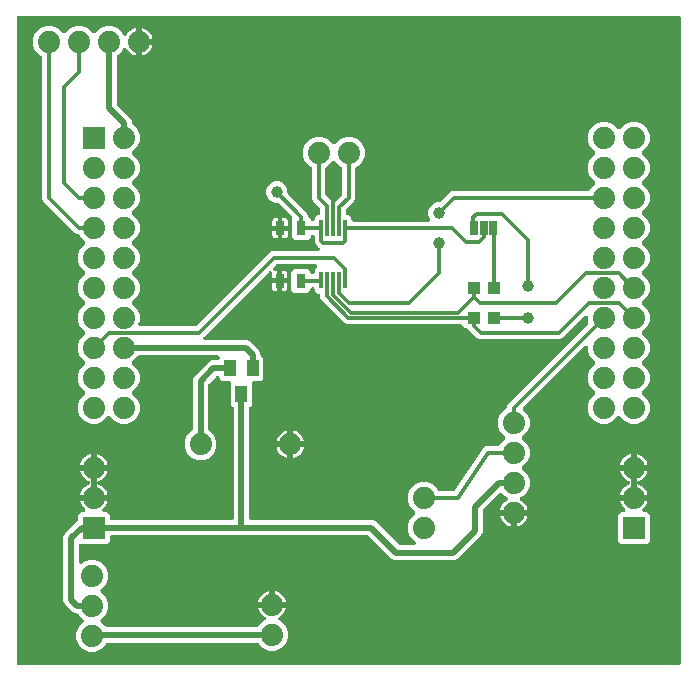
<source format=gbr>
G04 EAGLE Gerber RS-274X export*
G75*
%MOMM*%
%FSLAX34Y34*%
%LPD*%
%INTop Copper*%
%IPPOS*%
%AMOC8*
5,1,8,0,0,1.08239X$1,22.5*%
G01*
%ADD10R,1.879600X1.879600*%
%ADD11C,1.879600*%
%ADD12R,0.635000X1.270000*%
%ADD13R,1.100000X1.000000*%
%ADD14R,0.300000X1.450000*%
%ADD15R,1.000000X1.400000*%
%ADD16R,0.800000X1.200000*%
%ADD17C,0.304800*%
%ADD18C,1.006400*%
%ADD19C,0.508000*%

G36*
X571780Y10926D02*
X571780Y10926D01*
X571806Y10924D01*
X571953Y10946D01*
X572100Y10963D01*
X572125Y10971D01*
X572151Y10975D01*
X572289Y11030D01*
X572428Y11080D01*
X572450Y11094D01*
X572475Y11104D01*
X572596Y11189D01*
X572721Y11269D01*
X572739Y11288D01*
X572761Y11303D01*
X572860Y11413D01*
X572963Y11520D01*
X572977Y11542D01*
X572994Y11562D01*
X573066Y11692D01*
X573142Y11819D01*
X573150Y11844D01*
X573163Y11867D01*
X573203Y12010D01*
X573248Y12151D01*
X573250Y12177D01*
X573258Y12202D01*
X573277Y12446D01*
X573277Y558800D01*
X573274Y558826D01*
X573276Y558852D01*
X573254Y558999D01*
X573237Y559146D01*
X573229Y559171D01*
X573225Y559197D01*
X573170Y559335D01*
X573120Y559474D01*
X573106Y559496D01*
X573096Y559521D01*
X573011Y559642D01*
X572931Y559767D01*
X572912Y559785D01*
X572897Y559807D01*
X572787Y559906D01*
X572680Y560009D01*
X572658Y560023D01*
X572638Y560040D01*
X572508Y560112D01*
X572381Y560188D01*
X572356Y560196D01*
X572333Y560209D01*
X572190Y560249D01*
X572049Y560294D01*
X572023Y560296D01*
X571998Y560304D01*
X571754Y560323D01*
X12446Y560323D01*
X12420Y560320D01*
X12394Y560322D01*
X12247Y560300D01*
X12100Y560283D01*
X12075Y560275D01*
X12049Y560271D01*
X11911Y560216D01*
X11772Y560166D01*
X11750Y560152D01*
X11725Y560142D01*
X11604Y560057D01*
X11479Y559977D01*
X11461Y559958D01*
X11439Y559943D01*
X11340Y559833D01*
X11237Y559726D01*
X11223Y559704D01*
X11206Y559684D01*
X11134Y559554D01*
X11058Y559427D01*
X11050Y559402D01*
X11037Y559379D01*
X10997Y559236D01*
X10952Y559095D01*
X10950Y559069D01*
X10942Y559044D01*
X10923Y558800D01*
X10923Y12446D01*
X10926Y12420D01*
X10924Y12394D01*
X10946Y12247D01*
X10963Y12100D01*
X10971Y12075D01*
X10975Y12049D01*
X11030Y11911D01*
X11080Y11772D01*
X11094Y11750D01*
X11104Y11725D01*
X11189Y11604D01*
X11269Y11479D01*
X11288Y11461D01*
X11303Y11439D01*
X11413Y11340D01*
X11520Y11237D01*
X11542Y11223D01*
X11562Y11206D01*
X11692Y11134D01*
X11819Y11058D01*
X11844Y11050D01*
X11867Y11037D01*
X12010Y10997D01*
X12151Y10952D01*
X12177Y10950D01*
X12202Y10942D01*
X12446Y10923D01*
X571754Y10923D01*
X571780Y10926D01*
G37*
%LPC*%
G36*
X72252Y22097D02*
X72252Y22097D01*
X67304Y24147D01*
X63517Y27934D01*
X61467Y32882D01*
X61467Y38238D01*
X63517Y43186D01*
X67514Y47183D01*
X67530Y47203D01*
X67550Y47220D01*
X67638Y47340D01*
X67730Y47456D01*
X67742Y47480D01*
X67757Y47501D01*
X67816Y47637D01*
X67879Y47771D01*
X67885Y47797D01*
X67895Y47821D01*
X67921Y47967D01*
X67953Y48112D01*
X67952Y48138D01*
X67957Y48164D01*
X67949Y48312D01*
X67947Y48460D01*
X67940Y48486D01*
X67939Y48512D01*
X67898Y48654D01*
X67862Y48798D01*
X67850Y48821D01*
X67842Y48847D01*
X67770Y48976D01*
X67702Y49108D01*
X67685Y49128D01*
X67672Y49151D01*
X67514Y49337D01*
X63517Y53334D01*
X63483Y53415D01*
X63446Y53482D01*
X63418Y53553D01*
X63362Y53633D01*
X63314Y53719D01*
X63263Y53776D01*
X63219Y53839D01*
X63146Y53905D01*
X63080Y53978D01*
X63017Y54021D01*
X62960Y54072D01*
X62874Y54120D01*
X62793Y54176D01*
X62722Y54204D01*
X62655Y54241D01*
X62561Y54268D01*
X62469Y54304D01*
X62393Y54315D01*
X62320Y54336D01*
X62171Y54348D01*
X62124Y54355D01*
X62105Y54353D01*
X62076Y54355D01*
X60916Y54355D01*
X58489Y55361D01*
X51551Y62299D01*
X50545Y64726D01*
X50545Y119424D01*
X51551Y121851D01*
X62291Y132592D01*
X62370Y132691D01*
X62454Y132785D01*
X62478Y132827D01*
X62508Y132865D01*
X62562Y132979D01*
X62623Y133090D01*
X62636Y133136D01*
X62657Y133180D01*
X62683Y133303D01*
X62718Y133425D01*
X62723Y133486D01*
X62730Y133520D01*
X62729Y133568D01*
X62737Y133669D01*
X62737Y138082D01*
X65118Y140463D01*
X67631Y140463D01*
X67676Y140468D01*
X67722Y140465D01*
X67849Y140488D01*
X67977Y140503D01*
X68020Y140518D01*
X68065Y140526D01*
X68183Y140577D01*
X68305Y140620D01*
X68343Y140645D01*
X68385Y140663D01*
X68489Y140739D01*
X68598Y140809D01*
X68630Y140842D01*
X68666Y140869D01*
X68750Y140967D01*
X68840Y141060D01*
X68864Y141099D01*
X68893Y141134D01*
X68953Y141248D01*
X69019Y141359D01*
X69033Y141402D01*
X69054Y141443D01*
X69086Y141568D01*
X69125Y141691D01*
X69129Y141736D01*
X69140Y141780D01*
X69143Y141910D01*
X69153Y142038D01*
X69146Y142083D01*
X69147Y142129D01*
X69121Y142255D01*
X69101Y142383D01*
X69085Y142425D01*
X69075Y142470D01*
X69020Y142587D01*
X68973Y142707D01*
X68947Y142744D01*
X68927Y142785D01*
X68847Y142887D01*
X68774Y142993D01*
X68740Y143023D01*
X68712Y143059D01*
X68526Y143218D01*
X68422Y143294D01*
X67094Y144622D01*
X65989Y146143D01*
X65136Y147817D01*
X64555Y149604D01*
X64515Y149861D01*
X75184Y149861D01*
X75210Y149864D01*
X75236Y149862D01*
X75383Y149884D01*
X75530Y149901D01*
X75555Y149909D01*
X75581Y149913D01*
X75718Y149968D01*
X75858Y150018D01*
X75880Y150032D01*
X75905Y150042D01*
X76026Y150127D01*
X76151Y150207D01*
X76169Y150226D01*
X76191Y150241D01*
X76205Y150257D01*
X76290Y150175D01*
X76313Y150161D01*
X76332Y150144D01*
X76462Y150072D01*
X76589Y149996D01*
X76614Y149988D01*
X76637Y149975D01*
X76780Y149935D01*
X76921Y149890D01*
X76947Y149887D01*
X76972Y149880D01*
X77216Y149861D01*
X87885Y149861D01*
X87845Y149604D01*
X87264Y147817D01*
X86411Y146143D01*
X85306Y144622D01*
X83978Y143294D01*
X83874Y143218D01*
X83840Y143188D01*
X83802Y143163D01*
X83712Y143070D01*
X83617Y142983D01*
X83592Y142945D01*
X83560Y142912D01*
X83494Y142801D01*
X83421Y142695D01*
X83404Y142652D01*
X83381Y142613D01*
X83342Y142490D01*
X83295Y142370D01*
X83289Y142325D01*
X83275Y142281D01*
X83264Y142153D01*
X83246Y142025D01*
X83251Y141979D01*
X83247Y141934D01*
X83266Y141806D01*
X83278Y141678D01*
X83292Y141634D01*
X83299Y141589D01*
X83346Y141469D01*
X83387Y141347D01*
X83410Y141308D01*
X83427Y141265D01*
X83501Y141159D01*
X83568Y141049D01*
X83600Y141017D01*
X83626Y140979D01*
X83722Y140893D01*
X83813Y140801D01*
X83851Y140776D01*
X83885Y140746D01*
X83998Y140683D01*
X84107Y140614D01*
X84150Y140599D01*
X84190Y140577D01*
X84314Y140542D01*
X84436Y140500D01*
X84482Y140495D01*
X84525Y140482D01*
X84769Y140463D01*
X87282Y140463D01*
X89663Y138082D01*
X89663Y135128D01*
X89666Y135102D01*
X89664Y135076D01*
X89686Y134929D01*
X89703Y134782D01*
X89711Y134757D01*
X89715Y134731D01*
X89770Y134593D01*
X89820Y134454D01*
X89834Y134432D01*
X89844Y134407D01*
X89929Y134286D01*
X90009Y134161D01*
X90028Y134143D01*
X90043Y134121D01*
X90153Y134022D01*
X90260Y133919D01*
X90282Y133905D01*
X90302Y133888D01*
X90432Y133816D01*
X90559Y133740D01*
X90584Y133732D01*
X90607Y133719D01*
X90750Y133679D01*
X90891Y133634D01*
X90917Y133632D01*
X90942Y133624D01*
X91186Y133605D01*
X193162Y133605D01*
X193188Y133608D01*
X193214Y133606D01*
X193361Y133628D01*
X193508Y133645D01*
X193533Y133653D01*
X193559Y133657D01*
X193697Y133712D01*
X193836Y133762D01*
X193858Y133776D01*
X193883Y133786D01*
X194004Y133871D01*
X194129Y133951D01*
X194147Y133970D01*
X194169Y133985D01*
X194268Y134095D01*
X194371Y134202D01*
X194385Y134224D01*
X194402Y134244D01*
X194474Y134374D01*
X194550Y134501D01*
X194558Y134526D01*
X194571Y134549D01*
X194611Y134692D01*
X194656Y134833D01*
X194658Y134859D01*
X194666Y134884D01*
X194685Y135128D01*
X194685Y228189D01*
X194671Y228315D01*
X194664Y228441D01*
X194651Y228488D01*
X194645Y228536D01*
X194603Y228655D01*
X194568Y228776D01*
X194544Y228818D01*
X194528Y228864D01*
X194459Y228970D01*
X194398Y229080D01*
X194358Y229127D01*
X194339Y229157D01*
X194304Y229190D01*
X194239Y229266D01*
X192225Y231280D01*
X192225Y248851D01*
X192242Y248887D01*
X192263Y248985D01*
X192294Y249081D01*
X192300Y249155D01*
X192315Y249227D01*
X192314Y249328D01*
X192322Y249428D01*
X192311Y249502D01*
X192309Y249576D01*
X192285Y249673D01*
X192270Y249773D01*
X192243Y249842D01*
X192225Y249914D01*
X192179Y250003D01*
X192141Y250097D01*
X192099Y250158D01*
X192065Y250224D01*
X192000Y250300D01*
X191942Y250383D01*
X191887Y250433D01*
X191839Y250489D01*
X191758Y250549D01*
X191684Y250616D01*
X191619Y250652D01*
X191559Y250696D01*
X191467Y250736D01*
X191379Y250785D01*
X191307Y250805D01*
X191239Y250834D01*
X191140Y250852D01*
X191043Y250880D01*
X190943Y250888D01*
X190896Y250896D01*
X190860Y250894D01*
X190799Y250899D01*
X185106Y250899D01*
X182725Y253280D01*
X182725Y253836D01*
X182722Y253862D01*
X182724Y253888D01*
X182702Y254035D01*
X182685Y254182D01*
X182677Y254207D01*
X182673Y254233D01*
X182618Y254371D01*
X182568Y254510D01*
X182554Y254532D01*
X182544Y254557D01*
X182459Y254678D01*
X182379Y254803D01*
X182360Y254821D01*
X182345Y254843D01*
X182235Y254942D01*
X182128Y255045D01*
X182106Y255059D01*
X182086Y255076D01*
X181956Y255148D01*
X181829Y255224D01*
X181804Y255232D01*
X181781Y255245D01*
X181638Y255285D01*
X181497Y255330D01*
X181471Y255332D01*
X181446Y255340D01*
X181202Y255359D01*
X180749Y255359D01*
X180623Y255345D01*
X180497Y255338D01*
X180451Y255325D01*
X180403Y255319D01*
X180284Y255277D01*
X180162Y255242D01*
X180120Y255218D01*
X180074Y255202D01*
X179968Y255133D01*
X179858Y255072D01*
X179812Y255032D01*
X179782Y255013D01*
X179748Y254978D01*
X179672Y254913D01*
X173711Y248952D01*
X173632Y248853D01*
X173548Y248759D01*
X173524Y248717D01*
X173494Y248679D01*
X173440Y248565D01*
X173379Y248454D01*
X173366Y248408D01*
X173345Y248364D01*
X173319Y248241D01*
X173284Y248119D01*
X173279Y248058D01*
X173272Y248024D01*
X173273Y247976D01*
X173265Y247875D01*
X173265Y210346D01*
X173273Y210270D01*
X173272Y210194D01*
X173293Y210098D01*
X173305Y210000D01*
X173330Y209928D01*
X173347Y209853D01*
X173389Y209764D01*
X173422Y209672D01*
X173464Y209607D01*
X173496Y209538D01*
X173558Y209462D01*
X173611Y209379D01*
X173666Y209326D01*
X173714Y209266D01*
X173791Y209205D01*
X173862Y209137D01*
X173927Y209097D01*
X173987Y209050D01*
X174120Y208982D01*
X174161Y208958D01*
X174179Y208952D01*
X174205Y208939D01*
X174286Y208905D01*
X178073Y205118D01*
X180123Y200170D01*
X180123Y194814D01*
X178073Y189866D01*
X174286Y186079D01*
X169338Y184029D01*
X163982Y184029D01*
X159034Y186079D01*
X155247Y189866D01*
X153197Y194814D01*
X153197Y200170D01*
X155247Y205118D01*
X159034Y208905D01*
X159115Y208939D01*
X159182Y208976D01*
X159253Y209004D01*
X159333Y209060D01*
X159419Y209108D01*
X159476Y209159D01*
X159539Y209203D01*
X159605Y209276D01*
X159678Y209342D01*
X159721Y209405D01*
X159772Y209462D01*
X159820Y209548D01*
X159876Y209629D01*
X159904Y209700D01*
X159941Y209767D01*
X159968Y209861D01*
X160004Y209953D01*
X160015Y210029D01*
X160036Y210102D01*
X160048Y210251D01*
X160055Y210298D01*
X160053Y210317D01*
X160055Y210346D01*
X160055Y249502D01*
X160055Y249504D01*
X160055Y249506D01*
X160036Y249671D01*
X160019Y249815D01*
X160019Y252520D01*
X161025Y254947D01*
X173641Y267563D01*
X176068Y268569D01*
X181202Y268569D01*
X181228Y268572D01*
X181254Y268570D01*
X181401Y268592D01*
X181548Y268609D01*
X181573Y268617D01*
X181599Y268621D01*
X181737Y268676D01*
X181876Y268726D01*
X181898Y268740D01*
X181923Y268750D01*
X182044Y268835D01*
X182169Y268915D01*
X182187Y268934D01*
X182209Y268949D01*
X182308Y269059D01*
X182411Y269166D01*
X182425Y269188D01*
X182442Y269208D01*
X182514Y269338D01*
X182590Y269465D01*
X182598Y269490D01*
X182611Y269513D01*
X182651Y269656D01*
X182696Y269797D01*
X182698Y269823D01*
X182706Y269848D01*
X182725Y270092D01*
X182725Y271272D01*
X182722Y271298D01*
X182724Y271324D01*
X182702Y271471D01*
X182685Y271618D01*
X182677Y271643D01*
X182673Y271669D01*
X182618Y271807D01*
X182568Y271946D01*
X182554Y271968D01*
X182544Y271993D01*
X182459Y272114D01*
X182379Y272239D01*
X182360Y272257D01*
X182345Y272279D01*
X182235Y272378D01*
X182128Y272481D01*
X182106Y272495D01*
X182086Y272512D01*
X181956Y272584D01*
X181829Y272660D01*
X181804Y272668D01*
X181781Y272681D01*
X181638Y272721D01*
X181497Y272766D01*
X181471Y272768D01*
X181446Y272776D01*
X181202Y272795D01*
X114454Y272795D01*
X114378Y272787D01*
X114302Y272788D01*
X114205Y272767D01*
X114108Y272755D01*
X114036Y272730D01*
X113961Y272713D01*
X113872Y272671D01*
X113780Y272638D01*
X113715Y272596D01*
X113647Y272564D01*
X113570Y272502D01*
X113487Y272449D01*
X113434Y272394D01*
X113374Y272346D01*
X113313Y272269D01*
X113245Y272198D01*
X113205Y272133D01*
X113158Y272073D01*
X113090Y271940D01*
X113066Y271899D01*
X113060Y271881D01*
X113047Y271855D01*
X113013Y271774D01*
X109016Y267777D01*
X109000Y267757D01*
X108980Y267740D01*
X108892Y267620D01*
X108800Y267504D01*
X108788Y267480D01*
X108773Y267459D01*
X108714Y267323D01*
X108651Y267189D01*
X108645Y267163D01*
X108635Y267139D01*
X108609Y266993D01*
X108577Y266848D01*
X108578Y266822D01*
X108573Y266796D01*
X108581Y266648D01*
X108583Y266500D01*
X108590Y266474D01*
X108591Y266448D01*
X108632Y266306D01*
X108668Y266162D01*
X108680Y266139D01*
X108688Y266113D01*
X108760Y265984D01*
X108828Y265852D01*
X108845Y265832D01*
X108858Y265809D01*
X109016Y265623D01*
X113013Y261626D01*
X115063Y256678D01*
X115063Y251322D01*
X113013Y246374D01*
X109016Y242377D01*
X109000Y242357D01*
X108980Y242340D01*
X108892Y242220D01*
X108800Y242104D01*
X108788Y242080D01*
X108773Y242059D01*
X108714Y241923D01*
X108651Y241789D01*
X108645Y241763D01*
X108635Y241739D01*
X108609Y241593D01*
X108577Y241448D01*
X108578Y241422D01*
X108573Y241396D01*
X108581Y241248D01*
X108583Y241100D01*
X108590Y241074D01*
X108591Y241048D01*
X108632Y240906D01*
X108668Y240762D01*
X108680Y240739D01*
X108688Y240713D01*
X108760Y240584D01*
X108828Y240452D01*
X108845Y240432D01*
X108858Y240409D01*
X109016Y240223D01*
X113013Y236226D01*
X115063Y231278D01*
X115063Y225922D01*
X113013Y220974D01*
X109226Y217187D01*
X104278Y215137D01*
X98922Y215137D01*
X93974Y217187D01*
X89977Y221184D01*
X89957Y221200D01*
X89940Y221220D01*
X89820Y221308D01*
X89704Y221400D01*
X89680Y221412D01*
X89659Y221427D01*
X89523Y221486D01*
X89389Y221549D01*
X89363Y221555D01*
X89339Y221565D01*
X89193Y221591D01*
X89048Y221623D01*
X89022Y221622D01*
X88996Y221627D01*
X88848Y221619D01*
X88700Y221617D01*
X88674Y221610D01*
X88648Y221609D01*
X88506Y221568D01*
X88362Y221532D01*
X88339Y221520D01*
X88313Y221512D01*
X88184Y221440D01*
X88052Y221372D01*
X88032Y221355D01*
X88009Y221342D01*
X87823Y221184D01*
X83826Y217187D01*
X78878Y215137D01*
X73522Y215137D01*
X68574Y217187D01*
X64787Y220974D01*
X62737Y225922D01*
X62737Y231278D01*
X64787Y236226D01*
X68784Y240223D01*
X68800Y240243D01*
X68820Y240260D01*
X68908Y240380D01*
X69000Y240496D01*
X69012Y240520D01*
X69027Y240541D01*
X69086Y240677D01*
X69149Y240811D01*
X69155Y240837D01*
X69165Y240861D01*
X69191Y241007D01*
X69223Y241152D01*
X69222Y241178D01*
X69227Y241204D01*
X69219Y241352D01*
X69217Y241500D01*
X69210Y241526D01*
X69209Y241552D01*
X69168Y241694D01*
X69132Y241838D01*
X69120Y241861D01*
X69112Y241887D01*
X69040Y242016D01*
X68972Y242148D01*
X68955Y242168D01*
X68942Y242191D01*
X68784Y242377D01*
X64787Y246374D01*
X62737Y251322D01*
X62737Y256678D01*
X64787Y261626D01*
X68784Y265623D01*
X68800Y265643D01*
X68820Y265660D01*
X68908Y265780D01*
X69000Y265896D01*
X69012Y265920D01*
X69027Y265941D01*
X69086Y266077D01*
X69149Y266211D01*
X69155Y266237D01*
X69165Y266261D01*
X69191Y266407D01*
X69223Y266552D01*
X69222Y266578D01*
X69227Y266604D01*
X69219Y266752D01*
X69217Y266900D01*
X69210Y266926D01*
X69209Y266952D01*
X69168Y267094D01*
X69132Y267238D01*
X69120Y267261D01*
X69112Y267287D01*
X69040Y267416D01*
X68972Y267548D01*
X68955Y267568D01*
X68942Y267591D01*
X68784Y267777D01*
X64787Y271774D01*
X62737Y276722D01*
X62737Y282078D01*
X64787Y287026D01*
X68784Y291023D01*
X68800Y291043D01*
X68820Y291060D01*
X68908Y291180D01*
X69000Y291296D01*
X69012Y291320D01*
X69027Y291341D01*
X69086Y291477D01*
X69149Y291611D01*
X69155Y291637D01*
X69165Y291661D01*
X69191Y291807D01*
X69223Y291952D01*
X69222Y291978D01*
X69227Y292004D01*
X69219Y292152D01*
X69217Y292300D01*
X69210Y292326D01*
X69209Y292352D01*
X69168Y292494D01*
X69132Y292638D01*
X69120Y292661D01*
X69112Y292687D01*
X69040Y292816D01*
X68972Y292948D01*
X68955Y292968D01*
X68942Y292991D01*
X68784Y293177D01*
X64787Y297174D01*
X62737Y302122D01*
X62737Y307478D01*
X64787Y312426D01*
X68784Y316423D01*
X68800Y316443D01*
X68820Y316460D01*
X68908Y316580D01*
X69000Y316696D01*
X69012Y316720D01*
X69027Y316741D01*
X69086Y316877D01*
X69149Y317011D01*
X69155Y317037D01*
X69165Y317061D01*
X69191Y317207D01*
X69223Y317352D01*
X69222Y317378D01*
X69227Y317404D01*
X69219Y317552D01*
X69217Y317700D01*
X69210Y317726D01*
X69209Y317752D01*
X69168Y317894D01*
X69132Y318038D01*
X69120Y318061D01*
X69112Y318087D01*
X69040Y318216D01*
X68972Y318348D01*
X68955Y318368D01*
X68942Y318391D01*
X68784Y318577D01*
X64787Y322574D01*
X62737Y327522D01*
X62737Y332878D01*
X64787Y337826D01*
X68784Y341823D01*
X68800Y341843D01*
X68820Y341860D01*
X68908Y341980D01*
X69000Y342096D01*
X69012Y342120D01*
X69027Y342141D01*
X69086Y342277D01*
X69149Y342411D01*
X69155Y342437D01*
X69165Y342461D01*
X69191Y342607D01*
X69223Y342752D01*
X69222Y342778D01*
X69227Y342804D01*
X69219Y342952D01*
X69217Y343100D01*
X69210Y343126D01*
X69209Y343152D01*
X69168Y343294D01*
X69132Y343438D01*
X69120Y343461D01*
X69112Y343487D01*
X69040Y343616D01*
X68972Y343748D01*
X68955Y343768D01*
X68942Y343791D01*
X68784Y343977D01*
X64787Y347974D01*
X62737Y352922D01*
X62737Y358278D01*
X64787Y363226D01*
X68784Y367223D01*
X68800Y367243D01*
X68820Y367260D01*
X68908Y367380D01*
X69000Y367496D01*
X69012Y367520D01*
X69027Y367541D01*
X69086Y367677D01*
X69149Y367811D01*
X69155Y367837D01*
X69165Y367861D01*
X69191Y368007D01*
X69223Y368152D01*
X69222Y368178D01*
X69227Y368204D01*
X69219Y368352D01*
X69217Y368500D01*
X69210Y368526D01*
X69209Y368552D01*
X69168Y368694D01*
X69132Y368838D01*
X69120Y368861D01*
X69112Y368887D01*
X69040Y369016D01*
X68972Y369148D01*
X68955Y369168D01*
X68942Y369191D01*
X68784Y369377D01*
X64787Y373374D01*
X64332Y374471D01*
X64295Y374538D01*
X64267Y374609D01*
X64211Y374690D01*
X64163Y374776D01*
X64112Y374832D01*
X64068Y374895D01*
X63995Y374961D01*
X63929Y375034D01*
X63866Y375077D01*
X63809Y375128D01*
X63723Y375176D01*
X63642Y375232D01*
X63571Y375260D01*
X63504Y375297D01*
X63410Y375324D01*
X63318Y375360D01*
X63243Y375371D01*
X63169Y375392D01*
X63020Y375404D01*
X62973Y375411D01*
X62954Y375409D01*
X62925Y375411D01*
X62388Y375411D01*
X60334Y376262D01*
X33362Y403234D01*
X32511Y405288D01*
X32511Y525205D01*
X32503Y525281D01*
X32504Y525358D01*
X32483Y525454D01*
X32471Y525551D01*
X32446Y525623D01*
X32429Y525698D01*
X32387Y525787D01*
X32354Y525879D01*
X32312Y525944D01*
X32280Y526013D01*
X32218Y526090D01*
X32165Y526172D01*
X32110Y526225D01*
X32062Y526285D01*
X31985Y526346D01*
X31914Y526414D01*
X31849Y526454D01*
X31789Y526501D01*
X31656Y526569D01*
X31615Y526593D01*
X31597Y526599D01*
X31571Y526612D01*
X30474Y527067D01*
X26687Y530854D01*
X24637Y535802D01*
X24637Y541158D01*
X26687Y546106D01*
X30474Y549893D01*
X35422Y551943D01*
X40778Y551943D01*
X45726Y549893D01*
X49723Y545896D01*
X49743Y545880D01*
X49760Y545860D01*
X49880Y545772D01*
X49996Y545680D01*
X50020Y545668D01*
X50041Y545653D01*
X50177Y545594D01*
X50311Y545531D01*
X50337Y545525D01*
X50361Y545515D01*
X50507Y545489D01*
X50652Y545457D01*
X50678Y545458D01*
X50704Y545453D01*
X50852Y545461D01*
X51000Y545463D01*
X51026Y545470D01*
X51052Y545471D01*
X51194Y545512D01*
X51338Y545548D01*
X51361Y545560D01*
X51387Y545568D01*
X51516Y545640D01*
X51648Y545708D01*
X51668Y545725D01*
X51691Y545738D01*
X51877Y545896D01*
X55874Y549893D01*
X60822Y551943D01*
X66178Y551943D01*
X71126Y549893D01*
X75123Y545896D01*
X75143Y545880D01*
X75160Y545860D01*
X75280Y545772D01*
X75396Y545680D01*
X75420Y545668D01*
X75441Y545653D01*
X75577Y545594D01*
X75711Y545531D01*
X75737Y545525D01*
X75761Y545515D01*
X75907Y545489D01*
X76052Y545457D01*
X76078Y545458D01*
X76104Y545453D01*
X76252Y545461D01*
X76400Y545463D01*
X76426Y545470D01*
X76452Y545471D01*
X76594Y545512D01*
X76738Y545548D01*
X76761Y545560D01*
X76787Y545568D01*
X76916Y545640D01*
X77048Y545708D01*
X77068Y545725D01*
X77091Y545738D01*
X77277Y545896D01*
X81274Y549893D01*
X86222Y551943D01*
X91578Y551943D01*
X96526Y549893D01*
X100313Y546106D01*
X101055Y544316D01*
X101074Y544281D01*
X101088Y544242D01*
X101159Y544128D01*
X101224Y544011D01*
X101251Y543981D01*
X101273Y543947D01*
X101368Y543853D01*
X101458Y543753D01*
X101492Y543730D01*
X101520Y543701D01*
X101634Y543631D01*
X101745Y543555D01*
X101783Y543540D01*
X101817Y543519D01*
X101945Y543476D01*
X102069Y543427D01*
X102109Y543421D01*
X102148Y543408D01*
X102281Y543396D01*
X102414Y543376D01*
X102454Y543380D01*
X102495Y543376D01*
X102627Y543394D01*
X102761Y543405D01*
X102800Y543418D01*
X102840Y543423D01*
X102965Y543471D01*
X103093Y543512D01*
X103128Y543533D01*
X103166Y543548D01*
X103276Y543623D01*
X103391Y543692D01*
X103421Y543721D01*
X103454Y543743D01*
X103545Y543841D01*
X103641Y543935D01*
X103663Y543969D01*
X103691Y543999D01*
X103819Y544207D01*
X104089Y544737D01*
X105194Y546258D01*
X106522Y547586D01*
X108043Y548691D01*
X109717Y549544D01*
X111504Y550125D01*
X111761Y550165D01*
X111761Y539496D01*
X111764Y539470D01*
X111762Y539444D01*
X111784Y539297D01*
X111801Y539150D01*
X111809Y539125D01*
X111813Y539099D01*
X111868Y538962D01*
X111918Y538822D01*
X111932Y538800D01*
X111942Y538775D01*
X112027Y538654D01*
X112107Y538529D01*
X112126Y538511D01*
X112141Y538489D01*
X112157Y538475D01*
X112075Y538390D01*
X112061Y538367D01*
X112044Y538348D01*
X111972Y538218D01*
X111896Y538091D01*
X111888Y538066D01*
X111875Y538043D01*
X111835Y537900D01*
X111790Y537759D01*
X111787Y537733D01*
X111780Y537708D01*
X111761Y537464D01*
X111761Y526795D01*
X111504Y526835D01*
X109717Y527416D01*
X108043Y528269D01*
X106522Y529374D01*
X105194Y530702D01*
X104089Y532223D01*
X103819Y532753D01*
X103797Y532786D01*
X103780Y532824D01*
X103700Y532931D01*
X103626Y533043D01*
X103597Y533071D01*
X103572Y533104D01*
X103470Y533190D01*
X103373Y533282D01*
X103338Y533302D01*
X103306Y533329D01*
X103187Y533390D01*
X103071Y533457D01*
X103032Y533469D01*
X102996Y533487D01*
X102866Y533520D01*
X102738Y533559D01*
X102698Y533562D01*
X102658Y533572D01*
X102524Y533574D01*
X102390Y533583D01*
X102350Y533576D01*
X102310Y533577D01*
X102179Y533548D01*
X102046Y533527D01*
X102009Y533511D01*
X101969Y533502D01*
X101848Y533445D01*
X101724Y533394D01*
X101691Y533370D01*
X101654Y533353D01*
X101550Y533269D01*
X101441Y533191D01*
X101414Y533161D01*
X101382Y533135D01*
X101299Y533030D01*
X101210Y532930D01*
X101191Y532894D01*
X101166Y532862D01*
X101055Y532644D01*
X100313Y530854D01*
X96526Y527067D01*
X96445Y527033D01*
X96378Y526996D01*
X96307Y526968D01*
X96227Y526912D01*
X96141Y526864D01*
X96084Y526813D01*
X96021Y526769D01*
X95955Y526696D01*
X95882Y526630D01*
X95839Y526567D01*
X95788Y526510D01*
X95740Y526424D01*
X95684Y526343D01*
X95656Y526272D01*
X95619Y526205D01*
X95592Y526111D01*
X95556Y526019D01*
X95545Y525943D01*
X95524Y525870D01*
X95512Y525721D01*
X95505Y525674D01*
X95507Y525655D01*
X95505Y525626D01*
X95505Y485967D01*
X95519Y485841D01*
X95526Y485715D01*
X95539Y485669D01*
X95545Y485621D01*
X95587Y485502D01*
X95622Y485380D01*
X95646Y485338D01*
X95662Y485292D01*
X95731Y485186D01*
X95792Y485076D01*
X95832Y485030D01*
X95851Y485000D01*
X95886Y484966D01*
X95951Y484890D01*
X107199Y473641D01*
X108205Y471214D01*
X108205Y470054D01*
X108213Y469978D01*
X108212Y469902D01*
X108233Y469805D01*
X108245Y469708D01*
X108270Y469636D01*
X108287Y469561D01*
X108329Y469472D01*
X108362Y469380D01*
X108404Y469315D01*
X108436Y469247D01*
X108498Y469170D01*
X108551Y469087D01*
X108606Y469034D01*
X108654Y468974D01*
X108731Y468913D01*
X108802Y468845D01*
X108867Y468805D01*
X108927Y468758D01*
X109060Y468690D01*
X109101Y468666D01*
X109119Y468660D01*
X109145Y468647D01*
X109226Y468613D01*
X113013Y464826D01*
X115063Y459878D01*
X115063Y454522D01*
X113013Y449574D01*
X109016Y445577D01*
X109000Y445557D01*
X108980Y445540D01*
X108892Y445420D01*
X108800Y445304D01*
X108788Y445280D01*
X108773Y445259D01*
X108714Y445123D01*
X108651Y444989D01*
X108645Y444963D01*
X108635Y444939D01*
X108609Y444793D01*
X108577Y444648D01*
X108578Y444622D01*
X108573Y444596D01*
X108581Y444448D01*
X108583Y444300D01*
X108590Y444274D01*
X108591Y444248D01*
X108632Y444106D01*
X108668Y443962D01*
X108680Y443939D01*
X108688Y443913D01*
X108760Y443784D01*
X108828Y443652D01*
X108845Y443632D01*
X108858Y443609D01*
X109016Y443423D01*
X113013Y439426D01*
X115063Y434478D01*
X115063Y429122D01*
X113013Y424174D01*
X109016Y420177D01*
X109000Y420157D01*
X108980Y420140D01*
X108892Y420020D01*
X108800Y419904D01*
X108788Y419880D01*
X108773Y419859D01*
X108714Y419723D01*
X108651Y419589D01*
X108645Y419563D01*
X108635Y419539D01*
X108609Y419393D01*
X108577Y419248D01*
X108578Y419222D01*
X108573Y419196D01*
X108581Y419048D01*
X108583Y418900D01*
X108590Y418874D01*
X108591Y418848D01*
X108632Y418706D01*
X108668Y418562D01*
X108680Y418539D01*
X108688Y418513D01*
X108760Y418384D01*
X108828Y418252D01*
X108845Y418232D01*
X108858Y418209D01*
X109016Y418023D01*
X113013Y414026D01*
X115063Y409078D01*
X115063Y403722D01*
X113013Y398774D01*
X109016Y394777D01*
X109000Y394757D01*
X108980Y394740D01*
X108892Y394620D01*
X108800Y394504D01*
X108788Y394480D01*
X108773Y394459D01*
X108714Y394323D01*
X108651Y394189D01*
X108645Y394163D01*
X108635Y394139D01*
X108609Y393993D01*
X108577Y393848D01*
X108578Y393822D01*
X108573Y393796D01*
X108581Y393648D01*
X108583Y393500D01*
X108590Y393474D01*
X108591Y393448D01*
X108632Y393306D01*
X108668Y393162D01*
X108680Y393139D01*
X108688Y393113D01*
X108760Y392984D01*
X108828Y392852D01*
X108845Y392832D01*
X108858Y392809D01*
X109016Y392623D01*
X113013Y388626D01*
X115063Y383678D01*
X115063Y378322D01*
X113013Y373374D01*
X109016Y369377D01*
X109000Y369357D01*
X108980Y369340D01*
X108892Y369220D01*
X108800Y369104D01*
X108788Y369080D01*
X108773Y369059D01*
X108714Y368923D01*
X108651Y368789D01*
X108645Y368763D01*
X108635Y368739D01*
X108609Y368593D01*
X108577Y368448D01*
X108578Y368422D01*
X108573Y368396D01*
X108581Y368248D01*
X108583Y368100D01*
X108590Y368074D01*
X108591Y368048D01*
X108632Y367906D01*
X108668Y367762D01*
X108680Y367739D01*
X108688Y367713D01*
X108760Y367584D01*
X108828Y367452D01*
X108845Y367432D01*
X108858Y367409D01*
X109016Y367223D01*
X113013Y363226D01*
X115063Y358278D01*
X115063Y352922D01*
X113013Y347974D01*
X109016Y343977D01*
X109000Y343957D01*
X108980Y343940D01*
X108892Y343820D01*
X108800Y343704D01*
X108788Y343680D01*
X108773Y343659D01*
X108714Y343523D01*
X108651Y343389D01*
X108645Y343363D01*
X108635Y343339D01*
X108609Y343193D01*
X108577Y343048D01*
X108578Y343022D01*
X108573Y342996D01*
X108581Y342848D01*
X108583Y342700D01*
X108590Y342674D01*
X108591Y342648D01*
X108632Y342506D01*
X108668Y342362D01*
X108680Y342339D01*
X108688Y342313D01*
X108760Y342184D01*
X108828Y342052D01*
X108845Y342032D01*
X108858Y342009D01*
X109016Y341823D01*
X113013Y337826D01*
X115063Y332878D01*
X115063Y327522D01*
X113013Y322574D01*
X109016Y318577D01*
X109000Y318557D01*
X108980Y318540D01*
X108892Y318420D01*
X108800Y318304D01*
X108788Y318280D01*
X108773Y318259D01*
X108714Y318123D01*
X108651Y317989D01*
X108645Y317963D01*
X108635Y317939D01*
X108609Y317793D01*
X108577Y317648D01*
X108578Y317622D01*
X108573Y317596D01*
X108581Y317448D01*
X108583Y317300D01*
X108590Y317274D01*
X108591Y317248D01*
X108632Y317106D01*
X108668Y316962D01*
X108680Y316939D01*
X108688Y316913D01*
X108760Y316784D01*
X108828Y316652D01*
X108845Y316632D01*
X108858Y316609D01*
X109016Y316423D01*
X113013Y312426D01*
X115063Y307478D01*
X115063Y302122D01*
X114099Y299795D01*
X114057Y299650D01*
X114012Y299507D01*
X114010Y299483D01*
X114003Y299460D01*
X113996Y299309D01*
X113984Y299160D01*
X113987Y299136D01*
X113986Y299112D01*
X114013Y298964D01*
X114035Y298815D01*
X114044Y298793D01*
X114049Y298769D01*
X114109Y298631D01*
X114164Y298491D01*
X114178Y298471D01*
X114188Y298449D01*
X114277Y298328D01*
X114363Y298205D01*
X114381Y298189D01*
X114395Y298169D01*
X114510Y298072D01*
X114622Y297972D01*
X114643Y297960D01*
X114661Y297944D01*
X114795Y297876D01*
X114927Y297803D01*
X114950Y297797D01*
X114972Y297786D01*
X115117Y297749D01*
X115262Y297708D01*
X115291Y297706D01*
X115310Y297701D01*
X115357Y297701D01*
X115506Y297689D01*
X162154Y297689D01*
X162280Y297703D01*
X162406Y297710D01*
X162452Y297723D01*
X162500Y297729D01*
X162619Y297771D01*
X162741Y297806D01*
X162783Y297830D01*
X162828Y297846D01*
X162935Y297915D01*
X163045Y297976D01*
X163091Y298016D01*
X163121Y298035D01*
X163155Y298070D01*
X163231Y298135D01*
X223648Y358551D01*
X223648Y358552D01*
X225434Y360338D01*
X227488Y361189D01*
X266040Y361189D01*
X266140Y361200D01*
X266240Y361202D01*
X266312Y361220D01*
X266386Y361229D01*
X266481Y361262D01*
X266578Y361287D01*
X266644Y361321D01*
X266714Y361346D01*
X266799Y361401D01*
X266888Y361447D01*
X266945Y361495D01*
X267007Y361535D01*
X267077Y361607D01*
X267154Y361672D01*
X267198Y361732D01*
X267249Y361786D01*
X267301Y361872D01*
X267361Y361953D01*
X267390Y362021D01*
X267428Y362085D01*
X267459Y362181D01*
X267499Y362273D01*
X267512Y362346D01*
X267535Y362417D01*
X267543Y362517D01*
X267560Y362616D01*
X267557Y362690D01*
X267563Y362764D01*
X267548Y362864D01*
X267542Y362964D01*
X267522Y363035D01*
X267511Y363109D01*
X267474Y363202D01*
X267446Y363299D01*
X267410Y363364D01*
X267382Y363433D01*
X267325Y363515D01*
X267276Y363603D01*
X267211Y363679D01*
X267183Y363719D01*
X267157Y363743D01*
X267117Y363789D01*
X265849Y365058D01*
X265848Y365058D01*
X264062Y366844D01*
X263211Y368898D01*
X263211Y373438D01*
X263208Y373464D01*
X263210Y373490D01*
X263188Y373637D01*
X263171Y373784D01*
X263163Y373809D01*
X263159Y373835D01*
X263104Y373973D01*
X263054Y374112D01*
X263040Y374134D01*
X263030Y374159D01*
X262945Y374280D01*
X262865Y374405D01*
X262846Y374423D01*
X262831Y374445D01*
X262721Y374544D01*
X262614Y374647D01*
X262592Y374661D01*
X262572Y374678D01*
X262442Y374750D01*
X262315Y374826D01*
X262290Y374834D01*
X262267Y374847D01*
X262124Y374887D01*
X261983Y374932D01*
X261957Y374934D01*
X261932Y374942D01*
X261688Y374961D01*
X261539Y374961D01*
X261513Y374958D01*
X261487Y374960D01*
X261340Y374938D01*
X261193Y374921D01*
X261168Y374913D01*
X261142Y374909D01*
X261004Y374854D01*
X260865Y374804D01*
X260843Y374790D01*
X260818Y374780D01*
X260697Y374695D01*
X260572Y374615D01*
X260554Y374596D01*
X260532Y374581D01*
X260433Y374471D01*
X260330Y374364D01*
X260316Y374342D01*
X260299Y374322D01*
X260227Y374192D01*
X260151Y374065D01*
X260143Y374040D01*
X260130Y374017D01*
X260090Y373874D01*
X260045Y373733D01*
X260043Y373707D01*
X260035Y373682D01*
X260016Y373438D01*
X260016Y372910D01*
X257635Y370529D01*
X246267Y370529D01*
X243886Y372910D01*
X243886Y388281D01*
X243969Y388392D01*
X244061Y388508D01*
X244072Y388532D01*
X244088Y388553D01*
X244146Y388689D01*
X244210Y388823D01*
X244215Y388849D01*
X244226Y388873D01*
X244252Y389019D01*
X244283Y389164D01*
X244283Y389190D01*
X244287Y389216D01*
X244280Y389364D01*
X244277Y389512D01*
X244271Y389538D01*
X244269Y389564D01*
X244228Y389707D01*
X244192Y389850D01*
X244180Y389874D01*
X244173Y389899D01*
X244100Y390029D01*
X244033Y390160D01*
X244016Y390180D01*
X244003Y390203D01*
X243844Y390389D01*
X232756Y401478D01*
X232657Y401557D01*
X232563Y401641D01*
X232521Y401665D01*
X232483Y401695D01*
X232369Y401749D01*
X232258Y401810D01*
X232211Y401823D01*
X232168Y401843D01*
X232044Y401870D01*
X231922Y401904D01*
X231862Y401909D01*
X231827Y401917D01*
X231779Y401916D01*
X231679Y401924D01*
X229307Y401924D01*
X225964Y403309D01*
X223405Y405868D01*
X222020Y409211D01*
X222020Y412830D01*
X223405Y416174D01*
X225964Y418733D01*
X229307Y420118D01*
X232926Y420118D01*
X236269Y418733D01*
X238828Y416174D01*
X240213Y412830D01*
X240213Y410459D01*
X240228Y410333D01*
X240234Y410207D01*
X240248Y410161D01*
X240253Y410113D01*
X240296Y409994D01*
X240331Y409872D01*
X240354Y409830D01*
X240371Y409784D01*
X240439Y409678D01*
X240501Y409568D01*
X240540Y409522D01*
X240560Y409492D01*
X240594Y409458D01*
X240659Y409382D01*
X256689Y393352D01*
X257553Y391265D01*
X257554Y391259D01*
X257561Y391132D01*
X257574Y391086D01*
X257580Y391038D01*
X257622Y390919D01*
X257657Y390798D01*
X257681Y390755D01*
X257697Y390710D01*
X257766Y390604D01*
X257827Y390493D01*
X257867Y390447D01*
X257886Y390417D01*
X257921Y390384D01*
X257986Y390307D01*
X260016Y388277D01*
X260016Y387662D01*
X260019Y387636D01*
X260017Y387610D01*
X260039Y387463D01*
X260056Y387316D01*
X260064Y387291D01*
X260068Y387265D01*
X260123Y387127D01*
X260173Y386988D01*
X260187Y386966D01*
X260197Y386941D01*
X260282Y386820D01*
X260362Y386695D01*
X260381Y386677D01*
X260396Y386655D01*
X260506Y386556D01*
X260613Y386453D01*
X260635Y386439D01*
X260655Y386422D01*
X260785Y386350D01*
X260912Y386274D01*
X260937Y386266D01*
X260960Y386253D01*
X261103Y386213D01*
X261244Y386168D01*
X261270Y386166D01*
X261295Y386158D01*
X261539Y386139D01*
X261712Y386139D01*
X261738Y386142D01*
X261764Y386140D01*
X261911Y386162D01*
X262058Y386179D01*
X262083Y386187D01*
X262109Y386191D01*
X262247Y386246D01*
X262386Y386296D01*
X262408Y386310D01*
X262433Y386320D01*
X262554Y386405D01*
X262679Y386485D01*
X262697Y386504D01*
X262719Y386519D01*
X262818Y386629D01*
X262921Y386736D01*
X262935Y386758D01*
X262952Y386778D01*
X263024Y386908D01*
X263100Y387035D01*
X263108Y387060D01*
X263121Y387083D01*
X263161Y387226D01*
X263206Y387367D01*
X263208Y387393D01*
X263216Y387418D01*
X263235Y387662D01*
X263235Y389484D01*
X265616Y391865D01*
X266688Y391865D01*
X266714Y391868D01*
X266740Y391866D01*
X266887Y391888D01*
X267034Y391905D01*
X267059Y391913D01*
X267085Y391917D01*
X267223Y391972D01*
X267362Y392022D01*
X267384Y392036D01*
X267409Y392046D01*
X267530Y392131D01*
X267655Y392211D01*
X267673Y392230D01*
X267695Y392245D01*
X267794Y392355D01*
X267897Y392462D01*
X267911Y392484D01*
X267928Y392504D01*
X268000Y392634D01*
X268076Y392761D01*
X268084Y392786D01*
X268097Y392809D01*
X268137Y392952D01*
X268182Y393093D01*
X268184Y393119D01*
X268192Y393144D01*
X268211Y393388D01*
X268211Y396354D01*
X268197Y396480D01*
X268190Y396606D01*
X268177Y396652D01*
X268171Y396700D01*
X268129Y396819D01*
X268094Y396941D01*
X268070Y396983D01*
X268054Y397028D01*
X267985Y397135D01*
X267924Y397245D01*
X267884Y397291D01*
X267865Y397321D01*
X267830Y397355D01*
X267765Y397431D01*
X261962Y403234D01*
X261111Y405288D01*
X261111Y431225D01*
X261103Y431301D01*
X261104Y431378D01*
X261083Y431474D01*
X261071Y431571D01*
X261046Y431643D01*
X261029Y431718D01*
X260987Y431807D01*
X260954Y431899D01*
X260912Y431964D01*
X260880Y432033D01*
X260818Y432110D01*
X260765Y432192D01*
X260710Y432245D01*
X260662Y432305D01*
X260585Y432366D01*
X260514Y432434D01*
X260449Y432474D01*
X260389Y432521D01*
X260256Y432589D01*
X260215Y432613D01*
X260197Y432619D01*
X260171Y432632D01*
X259074Y433087D01*
X255287Y436874D01*
X253237Y441822D01*
X253237Y447178D01*
X255287Y452126D01*
X259074Y455913D01*
X264022Y457963D01*
X269378Y457963D01*
X274326Y455913D01*
X278323Y451916D01*
X278343Y451900D01*
X278360Y451880D01*
X278480Y451792D01*
X278596Y451700D01*
X278620Y451688D01*
X278641Y451673D01*
X278777Y451614D01*
X278911Y451551D01*
X278937Y451545D01*
X278961Y451535D01*
X279107Y451509D01*
X279252Y451477D01*
X279278Y451478D01*
X279304Y451473D01*
X279452Y451481D01*
X279600Y451483D01*
X279626Y451490D01*
X279652Y451491D01*
X279794Y451532D01*
X279938Y451568D01*
X279961Y451580D01*
X279987Y451588D01*
X280116Y451660D01*
X280248Y451728D01*
X280268Y451745D01*
X280291Y451758D01*
X280477Y451916D01*
X284474Y455913D01*
X289422Y457963D01*
X294778Y457963D01*
X299726Y455913D01*
X303513Y452126D01*
X305563Y447178D01*
X305563Y441822D01*
X303513Y436874D01*
X299726Y433087D01*
X298629Y432632D01*
X298562Y432595D01*
X298491Y432567D01*
X298410Y432511D01*
X298324Y432463D01*
X298268Y432412D01*
X298205Y432368D01*
X298139Y432295D01*
X298066Y432229D01*
X298023Y432166D01*
X297972Y432109D01*
X297924Y432023D01*
X297868Y431942D01*
X297840Y431871D01*
X297803Y431804D01*
X297776Y431710D01*
X297740Y431618D01*
X297729Y431543D01*
X297708Y431469D01*
X297696Y431320D01*
X297689Y431273D01*
X297691Y431254D01*
X297689Y431225D01*
X297689Y405288D01*
X296838Y403234D01*
X289835Y396231D01*
X289756Y396132D01*
X289672Y396038D01*
X289648Y395996D01*
X289618Y395958D01*
X289564Y395844D01*
X289503Y395733D01*
X289490Y395687D01*
X289469Y395643D01*
X289443Y395520D01*
X289408Y395398D01*
X289403Y395337D01*
X289396Y395302D01*
X289397Y395254D01*
X289389Y395154D01*
X289389Y393388D01*
X289392Y393362D01*
X289390Y393336D01*
X289412Y393189D01*
X289429Y393042D01*
X289437Y393017D01*
X289441Y392991D01*
X289496Y392853D01*
X289546Y392714D01*
X289560Y392692D01*
X289570Y392667D01*
X289655Y392546D01*
X289735Y392421D01*
X289754Y392403D01*
X289769Y392381D01*
X289879Y392282D01*
X289986Y392179D01*
X290008Y392165D01*
X290028Y392148D01*
X290158Y392076D01*
X290285Y392000D01*
X290310Y391992D01*
X290333Y391979D01*
X290476Y391939D01*
X290617Y391894D01*
X290643Y391892D01*
X290668Y391884D01*
X290912Y391865D01*
X291984Y391865D01*
X294365Y389484D01*
X294365Y387652D01*
X294368Y387626D01*
X294366Y387600D01*
X294388Y387453D01*
X294405Y387306D01*
X294413Y387281D01*
X294417Y387255D01*
X294472Y387117D01*
X294522Y386978D01*
X294536Y386956D01*
X294546Y386931D01*
X294631Y386810D01*
X294711Y386685D01*
X294730Y386667D01*
X294745Y386645D01*
X294855Y386546D01*
X294962Y386443D01*
X294984Y386429D01*
X295004Y386412D01*
X295134Y386340D01*
X295261Y386264D01*
X295286Y386256D01*
X295309Y386243D01*
X295452Y386203D01*
X295593Y386158D01*
X295619Y386156D01*
X295644Y386148D01*
X295888Y386129D01*
X359329Y386129D01*
X359429Y386140D01*
X359530Y386142D01*
X359602Y386160D01*
X359675Y386169D01*
X359770Y386203D01*
X359868Y386227D01*
X359934Y386261D01*
X360003Y386286D01*
X360088Y386341D01*
X360178Y386387D01*
X360234Y386435D01*
X360296Y386475D01*
X360366Y386548D01*
X360443Y386613D01*
X360487Y386672D01*
X360538Y386726D01*
X360590Y386812D01*
X360650Y386893D01*
X360679Y386961D01*
X360717Y387025D01*
X360748Y387121D01*
X360788Y387213D01*
X360801Y387286D01*
X360823Y387357D01*
X360832Y387457D01*
X360849Y387556D01*
X360846Y387630D01*
X360851Y387704D01*
X360837Y387804D01*
X360831Y387905D01*
X360811Y387976D01*
X360800Y388049D01*
X360763Y388142D01*
X360735Y388239D01*
X360698Y388304D01*
X360671Y388373D01*
X360645Y388411D01*
X359203Y391891D01*
X359203Y395509D01*
X360588Y398853D01*
X363147Y401412D01*
X366491Y402797D01*
X368862Y402797D01*
X368988Y402811D01*
X369114Y402818D01*
X369160Y402831D01*
X369208Y402837D01*
X369327Y402879D01*
X369449Y402914D01*
X369491Y402938D01*
X369536Y402954D01*
X369643Y403023D01*
X369753Y403084D01*
X369799Y403124D01*
X369829Y403143D01*
X369863Y403178D01*
X369939Y403243D01*
X377834Y411138D01*
X379888Y411989D01*
X494725Y411989D01*
X494801Y411997D01*
X494878Y411996D01*
X494974Y412017D01*
X495071Y412029D01*
X495143Y412054D01*
X495218Y412071D01*
X495307Y412113D01*
X495399Y412146D01*
X495464Y412188D01*
X495533Y412220D01*
X495610Y412282D01*
X495692Y412335D01*
X495745Y412390D01*
X495805Y412438D01*
X495866Y412515D01*
X495934Y412586D01*
X495974Y412651D01*
X496021Y412711D01*
X496089Y412844D01*
X496113Y412885D01*
X496119Y412903D01*
X496132Y412929D01*
X496587Y414026D01*
X500584Y418023D01*
X500600Y418043D01*
X500620Y418060D01*
X500708Y418180D01*
X500800Y418296D01*
X500812Y418320D01*
X500827Y418341D01*
X500886Y418477D01*
X500949Y418611D01*
X500955Y418637D01*
X500965Y418661D01*
X500991Y418807D01*
X501023Y418952D01*
X501022Y418978D01*
X501027Y419004D01*
X501019Y419152D01*
X501017Y419300D01*
X501010Y419326D01*
X501009Y419352D01*
X500968Y419494D01*
X500932Y419638D01*
X500920Y419661D01*
X500912Y419687D01*
X500840Y419816D01*
X500772Y419948D01*
X500755Y419968D01*
X500742Y419991D01*
X500584Y420177D01*
X496587Y424174D01*
X494537Y429122D01*
X494537Y434478D01*
X496587Y439426D01*
X500584Y443423D01*
X500600Y443443D01*
X500620Y443460D01*
X500708Y443580D01*
X500800Y443696D01*
X500812Y443720D01*
X500827Y443741D01*
X500886Y443877D01*
X500949Y444011D01*
X500955Y444037D01*
X500965Y444061D01*
X500991Y444207D01*
X501023Y444352D01*
X501022Y444378D01*
X501027Y444404D01*
X501019Y444552D01*
X501017Y444700D01*
X501010Y444726D01*
X501009Y444752D01*
X500968Y444894D01*
X500932Y445038D01*
X500920Y445061D01*
X500912Y445087D01*
X500840Y445216D01*
X500772Y445348D01*
X500755Y445368D01*
X500742Y445391D01*
X500584Y445577D01*
X496587Y449574D01*
X494537Y454522D01*
X494537Y459878D01*
X496587Y464826D01*
X500374Y468613D01*
X505322Y470663D01*
X510678Y470663D01*
X515626Y468613D01*
X519623Y464616D01*
X519643Y464600D01*
X519660Y464580D01*
X519780Y464492D01*
X519896Y464400D01*
X519920Y464388D01*
X519941Y464373D01*
X520077Y464314D01*
X520211Y464251D01*
X520237Y464245D01*
X520261Y464235D01*
X520407Y464209D01*
X520552Y464177D01*
X520578Y464178D01*
X520604Y464173D01*
X520752Y464181D01*
X520900Y464183D01*
X520926Y464190D01*
X520952Y464191D01*
X521094Y464232D01*
X521238Y464268D01*
X521261Y464280D01*
X521287Y464288D01*
X521416Y464360D01*
X521548Y464428D01*
X521568Y464445D01*
X521591Y464458D01*
X521777Y464616D01*
X525774Y468613D01*
X530722Y470663D01*
X536078Y470663D01*
X541026Y468613D01*
X544813Y464826D01*
X546863Y459878D01*
X546863Y454522D01*
X544813Y449574D01*
X540816Y445577D01*
X540800Y445557D01*
X540780Y445540D01*
X540692Y445420D01*
X540600Y445304D01*
X540588Y445280D01*
X540573Y445259D01*
X540514Y445123D01*
X540451Y444989D01*
X540445Y444963D01*
X540435Y444939D01*
X540409Y444793D01*
X540377Y444648D01*
X540378Y444622D01*
X540373Y444596D01*
X540381Y444448D01*
X540383Y444300D01*
X540390Y444274D01*
X540391Y444248D01*
X540432Y444106D01*
X540468Y443962D01*
X540480Y443939D01*
X540488Y443913D01*
X540560Y443784D01*
X540628Y443652D01*
X540645Y443632D01*
X540658Y443609D01*
X540816Y443423D01*
X544813Y439426D01*
X546863Y434478D01*
X546863Y429122D01*
X544813Y424174D01*
X540816Y420177D01*
X540800Y420157D01*
X540780Y420140D01*
X540692Y420020D01*
X540600Y419904D01*
X540588Y419880D01*
X540573Y419859D01*
X540514Y419723D01*
X540451Y419589D01*
X540445Y419563D01*
X540435Y419539D01*
X540409Y419393D01*
X540377Y419248D01*
X540378Y419222D01*
X540373Y419196D01*
X540381Y419048D01*
X540383Y418900D01*
X540390Y418874D01*
X540391Y418848D01*
X540432Y418706D01*
X540468Y418562D01*
X540480Y418539D01*
X540488Y418513D01*
X540560Y418384D01*
X540628Y418252D01*
X540645Y418232D01*
X540658Y418209D01*
X540816Y418023D01*
X544813Y414026D01*
X546863Y409078D01*
X546863Y403722D01*
X544813Y398774D01*
X540816Y394777D01*
X540800Y394757D01*
X540780Y394740D01*
X540692Y394620D01*
X540600Y394504D01*
X540588Y394480D01*
X540573Y394459D01*
X540514Y394323D01*
X540451Y394189D01*
X540445Y394163D01*
X540435Y394139D01*
X540409Y393993D01*
X540377Y393848D01*
X540378Y393822D01*
X540373Y393796D01*
X540381Y393648D01*
X540383Y393500D01*
X540390Y393474D01*
X540391Y393448D01*
X540432Y393306D01*
X540468Y393162D01*
X540480Y393139D01*
X540488Y393113D01*
X540560Y392984D01*
X540628Y392852D01*
X540645Y392832D01*
X540658Y392809D01*
X540816Y392623D01*
X544813Y388626D01*
X546863Y383678D01*
X546863Y378322D01*
X544813Y373374D01*
X540816Y369377D01*
X540800Y369357D01*
X540780Y369340D01*
X540692Y369220D01*
X540600Y369104D01*
X540588Y369080D01*
X540573Y369059D01*
X540514Y368923D01*
X540451Y368789D01*
X540445Y368763D01*
X540435Y368739D01*
X540409Y368593D01*
X540377Y368448D01*
X540378Y368422D01*
X540373Y368396D01*
X540381Y368248D01*
X540383Y368100D01*
X540390Y368074D01*
X540391Y368048D01*
X540432Y367906D01*
X540468Y367762D01*
X540480Y367739D01*
X540488Y367713D01*
X540560Y367584D01*
X540628Y367452D01*
X540645Y367432D01*
X540658Y367409D01*
X540816Y367223D01*
X544813Y363226D01*
X546863Y358278D01*
X546863Y352922D01*
X544813Y347974D01*
X540816Y343977D01*
X540800Y343957D01*
X540780Y343940D01*
X540692Y343820D01*
X540600Y343704D01*
X540588Y343680D01*
X540573Y343659D01*
X540514Y343523D01*
X540451Y343389D01*
X540445Y343363D01*
X540435Y343339D01*
X540409Y343193D01*
X540377Y343048D01*
X540378Y343022D01*
X540373Y342996D01*
X540381Y342848D01*
X540383Y342700D01*
X540390Y342674D01*
X540391Y342648D01*
X540432Y342506D01*
X540468Y342362D01*
X540480Y342339D01*
X540488Y342313D01*
X540560Y342184D01*
X540628Y342052D01*
X540645Y342032D01*
X540658Y342009D01*
X540816Y341823D01*
X544813Y337826D01*
X546863Y332878D01*
X546863Y327522D01*
X544813Y322574D01*
X540816Y318577D01*
X540800Y318557D01*
X540780Y318540D01*
X540692Y318420D01*
X540600Y318304D01*
X540588Y318280D01*
X540573Y318259D01*
X540514Y318123D01*
X540451Y317989D01*
X540445Y317963D01*
X540435Y317939D01*
X540409Y317793D01*
X540377Y317648D01*
X540378Y317622D01*
X540373Y317596D01*
X540381Y317448D01*
X540383Y317300D01*
X540390Y317274D01*
X540391Y317248D01*
X540432Y317106D01*
X540468Y316962D01*
X540480Y316939D01*
X540488Y316913D01*
X540560Y316784D01*
X540628Y316652D01*
X540645Y316632D01*
X540658Y316609D01*
X540816Y316423D01*
X544813Y312426D01*
X546863Y307478D01*
X546863Y302122D01*
X544813Y297174D01*
X540816Y293177D01*
X540800Y293157D01*
X540780Y293140D01*
X540692Y293020D01*
X540600Y292904D01*
X540588Y292880D01*
X540573Y292859D01*
X540514Y292723D01*
X540451Y292589D01*
X540445Y292563D01*
X540435Y292539D01*
X540409Y292393D01*
X540377Y292248D01*
X540378Y292222D01*
X540373Y292196D01*
X540381Y292048D01*
X540383Y291900D01*
X540390Y291874D01*
X540391Y291848D01*
X540432Y291706D01*
X540468Y291562D01*
X540480Y291539D01*
X540488Y291513D01*
X540560Y291384D01*
X540628Y291252D01*
X540645Y291232D01*
X540658Y291209D01*
X540816Y291023D01*
X544813Y287026D01*
X546863Y282078D01*
X546863Y276722D01*
X544813Y271774D01*
X540816Y267777D01*
X540800Y267757D01*
X540780Y267740D01*
X540692Y267620D01*
X540600Y267504D01*
X540588Y267480D01*
X540573Y267459D01*
X540514Y267323D01*
X540451Y267189D01*
X540445Y267163D01*
X540435Y267139D01*
X540409Y266993D01*
X540377Y266848D01*
X540378Y266822D01*
X540373Y266796D01*
X540381Y266648D01*
X540383Y266500D01*
X540390Y266474D01*
X540391Y266448D01*
X540432Y266306D01*
X540468Y266162D01*
X540480Y266139D01*
X540488Y266113D01*
X540560Y265984D01*
X540628Y265852D01*
X540645Y265832D01*
X540658Y265809D01*
X540816Y265623D01*
X544813Y261626D01*
X546863Y256678D01*
X546863Y251322D01*
X544813Y246374D01*
X540816Y242377D01*
X540800Y242357D01*
X540780Y242340D01*
X540692Y242220D01*
X540600Y242104D01*
X540588Y242080D01*
X540573Y242059D01*
X540514Y241923D01*
X540451Y241789D01*
X540445Y241763D01*
X540435Y241739D01*
X540409Y241593D01*
X540377Y241448D01*
X540378Y241422D01*
X540373Y241396D01*
X540381Y241248D01*
X540383Y241100D01*
X540390Y241074D01*
X540391Y241048D01*
X540432Y240906D01*
X540468Y240762D01*
X540480Y240739D01*
X540488Y240713D01*
X540560Y240584D01*
X540628Y240452D01*
X540645Y240432D01*
X540658Y240409D01*
X540816Y240223D01*
X544813Y236226D01*
X546863Y231278D01*
X546863Y225922D01*
X544813Y220974D01*
X541026Y217187D01*
X536078Y215137D01*
X530722Y215137D01*
X525774Y217187D01*
X521777Y221184D01*
X521757Y221200D01*
X521740Y221220D01*
X521620Y221308D01*
X521504Y221400D01*
X521480Y221412D01*
X521459Y221427D01*
X521323Y221486D01*
X521189Y221549D01*
X521163Y221555D01*
X521139Y221565D01*
X520993Y221591D01*
X520848Y221623D01*
X520822Y221622D01*
X520796Y221627D01*
X520648Y221619D01*
X520500Y221617D01*
X520474Y221610D01*
X520448Y221609D01*
X520306Y221568D01*
X520162Y221532D01*
X520139Y221520D01*
X520113Y221512D01*
X519984Y221440D01*
X519852Y221372D01*
X519832Y221355D01*
X519809Y221342D01*
X519623Y221184D01*
X515626Y217187D01*
X510678Y215137D01*
X505322Y215137D01*
X500374Y217187D01*
X496587Y220974D01*
X494537Y225922D01*
X494537Y231278D01*
X496587Y236226D01*
X500584Y240223D01*
X500600Y240243D01*
X500620Y240260D01*
X500708Y240380D01*
X500800Y240496D01*
X500812Y240520D01*
X500827Y240541D01*
X500886Y240677D01*
X500949Y240811D01*
X500955Y240837D01*
X500965Y240861D01*
X500991Y241007D01*
X501023Y241152D01*
X501022Y241178D01*
X501027Y241204D01*
X501019Y241352D01*
X501017Y241500D01*
X501010Y241526D01*
X501009Y241552D01*
X500968Y241694D01*
X500932Y241838D01*
X500920Y241861D01*
X500912Y241887D01*
X500840Y242016D01*
X500772Y242148D01*
X500755Y242168D01*
X500742Y242191D01*
X500584Y242377D01*
X496587Y246374D01*
X494537Y251322D01*
X494537Y256678D01*
X496587Y261626D01*
X500584Y265623D01*
X500600Y265643D01*
X500620Y265660D01*
X500708Y265780D01*
X500800Y265896D01*
X500812Y265920D01*
X500827Y265941D01*
X500886Y266077D01*
X500949Y266211D01*
X500955Y266237D01*
X500965Y266261D01*
X500991Y266407D01*
X501023Y266552D01*
X501022Y266578D01*
X501027Y266604D01*
X501019Y266752D01*
X501017Y266900D01*
X501010Y266926D01*
X501009Y266952D01*
X500968Y267094D01*
X500932Y267238D01*
X500920Y267261D01*
X500912Y267287D01*
X500840Y267416D01*
X500772Y267548D01*
X500755Y267568D01*
X500742Y267591D01*
X500584Y267777D01*
X496587Y271774D01*
X494537Y276722D01*
X494537Y279756D01*
X494526Y279856D01*
X494524Y279956D01*
X494506Y280028D01*
X494497Y280102D01*
X494464Y280197D01*
X494439Y280294D01*
X494405Y280360D01*
X494380Y280430D01*
X494325Y280515D01*
X494279Y280604D01*
X494231Y280661D01*
X494191Y280723D01*
X494119Y280793D01*
X494054Y280870D01*
X493994Y280914D01*
X493940Y280965D01*
X493854Y281017D01*
X493773Y281077D01*
X493705Y281106D01*
X493641Y281144D01*
X493545Y281175D01*
X493453Y281215D01*
X493380Y281228D01*
X493309Y281251D01*
X493209Y281259D01*
X493110Y281276D01*
X493036Y281273D01*
X492962Y281279D01*
X492862Y281264D01*
X492762Y281258D01*
X492691Y281238D01*
X492617Y281227D01*
X492524Y281190D01*
X492427Y281162D01*
X492362Y281126D01*
X492293Y281098D01*
X492211Y281041D01*
X492123Y280992D01*
X492047Y280927D01*
X492007Y280899D01*
X491983Y280873D01*
X491937Y280833D01*
X439999Y228895D01*
X439982Y228874D01*
X439962Y228857D01*
X439874Y228738D01*
X439782Y228622D01*
X439771Y228598D01*
X439755Y228577D01*
X439696Y228441D01*
X439633Y228307D01*
X439627Y228281D01*
X439617Y228257D01*
X439591Y228111D01*
X439560Y227966D01*
X439560Y227940D01*
X439555Y227914D01*
X439563Y227765D01*
X439566Y227618D01*
X439572Y227592D01*
X439573Y227566D01*
X439614Y227423D01*
X439651Y227280D01*
X439663Y227256D01*
X439670Y227231D01*
X439742Y227102D01*
X439810Y226970D01*
X439827Y226950D01*
X439840Y226927D01*
X439999Y226741D01*
X443213Y223526D01*
X445263Y218578D01*
X445263Y213222D01*
X443213Y208274D01*
X439216Y204277D01*
X439200Y204257D01*
X439180Y204240D01*
X439092Y204120D01*
X439000Y204004D01*
X438988Y203980D01*
X438973Y203959D01*
X438914Y203823D01*
X438851Y203689D01*
X438845Y203663D01*
X438835Y203639D01*
X438809Y203493D01*
X438777Y203348D01*
X438778Y203322D01*
X438773Y203296D01*
X438781Y203148D01*
X438783Y203000D01*
X438790Y202974D01*
X438791Y202948D01*
X438832Y202806D01*
X438868Y202662D01*
X438880Y202639D01*
X438888Y202613D01*
X438960Y202484D01*
X439028Y202352D01*
X439045Y202332D01*
X439058Y202309D01*
X439216Y202123D01*
X443213Y198126D01*
X445263Y193178D01*
X445263Y187822D01*
X443213Y182874D01*
X439216Y178877D01*
X439200Y178857D01*
X439180Y178840D01*
X439092Y178720D01*
X439000Y178604D01*
X438988Y178580D01*
X438973Y178559D01*
X438914Y178423D01*
X438851Y178289D01*
X438845Y178263D01*
X438835Y178239D01*
X438809Y178093D01*
X438777Y177948D01*
X438778Y177922D01*
X438773Y177896D01*
X438781Y177748D01*
X438783Y177600D01*
X438790Y177574D01*
X438791Y177548D01*
X438832Y177406D01*
X438868Y177262D01*
X438880Y177239D01*
X438888Y177213D01*
X438960Y177084D01*
X439028Y176952D01*
X439045Y176932D01*
X439058Y176909D01*
X439216Y176723D01*
X443213Y172726D01*
X445263Y167778D01*
X445263Y162422D01*
X443213Y157474D01*
X439426Y153687D01*
X437636Y152945D01*
X437600Y152926D01*
X437562Y152912D01*
X437448Y152841D01*
X437331Y152776D01*
X437301Y152749D01*
X437267Y152727D01*
X437172Y152632D01*
X437073Y152542D01*
X437050Y152508D01*
X437021Y152480D01*
X436951Y152365D01*
X436875Y152255D01*
X436860Y152217D01*
X436839Y152183D01*
X436796Y152055D01*
X436747Y151931D01*
X436741Y151891D01*
X436728Y151852D01*
X436716Y151719D01*
X436696Y151586D01*
X436700Y151546D01*
X436696Y151505D01*
X436714Y151372D01*
X436725Y151239D01*
X436738Y151200D01*
X436743Y151160D01*
X436791Y151035D01*
X436832Y150907D01*
X436853Y150872D01*
X436868Y150834D01*
X436943Y150723D01*
X437012Y150609D01*
X437041Y150579D01*
X437063Y150546D01*
X437161Y150455D01*
X437255Y150359D01*
X437289Y150337D01*
X437319Y150309D01*
X437527Y150181D01*
X438057Y149911D01*
X439578Y148806D01*
X440906Y147478D01*
X442011Y145957D01*
X442864Y144283D01*
X443445Y142496D01*
X443485Y142239D01*
X432816Y142239D01*
X432790Y142236D01*
X432764Y142238D01*
X432617Y142216D01*
X432470Y142199D01*
X432445Y142191D01*
X432419Y142187D01*
X432282Y142132D01*
X432142Y142082D01*
X432120Y142068D01*
X432095Y142058D01*
X431974Y141973D01*
X431849Y141893D01*
X431831Y141874D01*
X431809Y141859D01*
X431795Y141843D01*
X431710Y141925D01*
X431687Y141939D01*
X431668Y141956D01*
X431538Y142028D01*
X431411Y142104D01*
X431386Y142112D01*
X431363Y142125D01*
X431220Y142165D01*
X431079Y142210D01*
X431053Y142212D01*
X431028Y142220D01*
X430784Y142239D01*
X420115Y142239D01*
X420155Y142496D01*
X420736Y144283D01*
X421589Y145957D01*
X422694Y147478D01*
X424022Y148806D01*
X425543Y149911D01*
X426073Y150181D01*
X426106Y150203D01*
X426144Y150220D01*
X426252Y150300D01*
X426363Y150374D01*
X426391Y150403D01*
X426424Y150428D01*
X426510Y150530D01*
X426602Y150627D01*
X426622Y150663D01*
X426649Y150694D01*
X426710Y150813D01*
X426777Y150929D01*
X426789Y150967D01*
X426808Y151004D01*
X426840Y151134D01*
X426879Y151262D01*
X426882Y151302D01*
X426892Y151342D01*
X426894Y151476D01*
X426903Y151609D01*
X426896Y151650D01*
X426897Y151690D01*
X426868Y151821D01*
X426847Y151953D01*
X426831Y151991D01*
X426822Y152031D01*
X426765Y152152D01*
X426714Y152276D01*
X426690Y152309D01*
X426673Y152346D01*
X426589Y152450D01*
X426511Y152559D01*
X426481Y152586D01*
X426455Y152618D01*
X426350Y152701D01*
X426250Y152789D01*
X426214Y152809D01*
X426182Y152834D01*
X425964Y152945D01*
X424174Y153687D01*
X421678Y156183D01*
X421657Y156199D01*
X421640Y156219D01*
X421521Y156308D01*
X421405Y156400D01*
X421381Y156411D01*
X421360Y156426D01*
X421224Y156485D01*
X421090Y156549D01*
X421064Y156554D01*
X421040Y156564D01*
X420894Y156591D01*
X420749Y156622D01*
X420723Y156622D01*
X420697Y156626D01*
X420548Y156619D01*
X420400Y156616D01*
X420375Y156610D01*
X420349Y156608D01*
X420206Y156567D01*
X420062Y156531D01*
X420039Y156519D01*
X420014Y156512D01*
X419885Y156439D01*
X419753Y156371D01*
X419733Y156354D01*
X419710Y156342D01*
X419524Y156183D01*
X405831Y142490D01*
X405752Y142391D01*
X405668Y142298D01*
X405644Y142255D01*
X405614Y142217D01*
X405560Y142103D01*
X405499Y141992D01*
X405486Y141946D01*
X405465Y141902D01*
X405439Y141779D01*
X405404Y141657D01*
X405399Y141596D01*
X405392Y141562D01*
X405393Y141514D01*
X405385Y141413D01*
X405385Y123146D01*
X404379Y120719D01*
X383979Y100319D01*
X381552Y99313D01*
X330930Y99313D01*
X328502Y100319D01*
X326431Y102391D01*
X326430Y102391D01*
X308872Y119949D01*
X308773Y120028D01*
X308679Y120112D01*
X308637Y120136D01*
X308599Y120166D01*
X308485Y120220D01*
X308374Y120281D01*
X308328Y120294D01*
X308284Y120315D01*
X308161Y120341D01*
X308039Y120376D01*
X307978Y120381D01*
X307943Y120388D01*
X307895Y120387D01*
X307795Y120395D01*
X91186Y120395D01*
X91160Y120392D01*
X91134Y120394D01*
X90987Y120372D01*
X90840Y120355D01*
X90815Y120347D01*
X90789Y120343D01*
X90651Y120288D01*
X90512Y120238D01*
X90490Y120224D01*
X90465Y120214D01*
X90344Y120129D01*
X90219Y120049D01*
X90201Y120030D01*
X90179Y120015D01*
X90080Y119905D01*
X89977Y119798D01*
X89963Y119776D01*
X89946Y119756D01*
X89874Y119626D01*
X89798Y119499D01*
X89790Y119474D01*
X89777Y119451D01*
X89737Y119308D01*
X89692Y119167D01*
X89690Y119141D01*
X89682Y119116D01*
X89663Y118872D01*
X89663Y115918D01*
X87282Y113537D01*
X65278Y113537D01*
X65252Y113534D01*
X65226Y113536D01*
X65079Y113514D01*
X64932Y113497D01*
X64907Y113489D01*
X64881Y113485D01*
X64743Y113430D01*
X64604Y113380D01*
X64582Y113366D01*
X64557Y113356D01*
X64436Y113271D01*
X64311Y113191D01*
X64293Y113172D01*
X64271Y113157D01*
X64172Y113047D01*
X64069Y112940D01*
X64055Y112918D01*
X64038Y112898D01*
X63966Y112768D01*
X63890Y112641D01*
X63882Y112616D01*
X63869Y112593D01*
X63829Y112450D01*
X63784Y112309D01*
X63782Y112283D01*
X63774Y112258D01*
X63755Y112014D01*
X63755Y97901D01*
X63766Y97802D01*
X63768Y97701D01*
X63786Y97629D01*
X63795Y97555D01*
X63829Y97460D01*
X63853Y97363D01*
X63887Y97297D01*
X63912Y97227D01*
X63967Y97143D01*
X64013Y97053D01*
X64061Y96997D01*
X64101Y96934D01*
X64173Y96864D01*
X64238Y96788D01*
X64298Y96744D01*
X64352Y96692D01*
X64438Y96640D01*
X64519Y96581D01*
X64587Y96551D01*
X64651Y96513D01*
X64747Y96483D01*
X64839Y96443D01*
X64912Y96430D01*
X64983Y96407D01*
X65083Y96399D01*
X65182Y96381D01*
X65256Y96385D01*
X65330Y96379D01*
X65430Y96394D01*
X65530Y96399D01*
X65601Y96420D01*
X65675Y96431D01*
X65768Y96468D01*
X65865Y96496D01*
X65930Y96532D01*
X65999Y96559D01*
X66081Y96617D01*
X66169Y96666D01*
X66245Y96731D01*
X66285Y96758D01*
X66309Y96785D01*
X66355Y96824D01*
X67304Y97773D01*
X72252Y99823D01*
X77608Y99823D01*
X82556Y97773D01*
X86343Y93986D01*
X88393Y89038D01*
X88393Y83682D01*
X86343Y78734D01*
X82346Y74737D01*
X82330Y74717D01*
X82310Y74700D01*
X82222Y74580D01*
X82130Y74464D01*
X82118Y74440D01*
X82103Y74419D01*
X82044Y74283D01*
X81981Y74149D01*
X81975Y74123D01*
X81965Y74099D01*
X81939Y73953D01*
X81907Y73808D01*
X81908Y73782D01*
X81903Y73756D01*
X81911Y73608D01*
X81913Y73460D01*
X81920Y73434D01*
X81921Y73408D01*
X81962Y73266D01*
X81998Y73122D01*
X82010Y73099D01*
X82018Y73073D01*
X82090Y72944D01*
X82158Y72812D01*
X82175Y72792D01*
X82188Y72769D01*
X82346Y72583D01*
X86343Y68586D01*
X88393Y63638D01*
X88393Y58282D01*
X86343Y53334D01*
X82346Y49337D01*
X82330Y49317D01*
X82310Y49300D01*
X82222Y49180D01*
X82130Y49064D01*
X82118Y49040D01*
X82103Y49019D01*
X82044Y48883D01*
X81981Y48749D01*
X81975Y48723D01*
X81965Y48699D01*
X81939Y48553D01*
X81907Y48408D01*
X81908Y48382D01*
X81903Y48356D01*
X81911Y48208D01*
X81913Y48060D01*
X81920Y48034D01*
X81921Y48008D01*
X81962Y47866D01*
X81998Y47722D01*
X82010Y47698D01*
X82018Y47673D01*
X82090Y47544D01*
X82158Y47412D01*
X82175Y47392D01*
X82188Y47369D01*
X82346Y47183D01*
X86105Y43424D01*
X86204Y43345D01*
X86298Y43260D01*
X86341Y43237D01*
X86378Y43207D01*
X86493Y43153D01*
X86603Y43092D01*
X86650Y43079D01*
X86694Y43058D01*
X86817Y43032D01*
X86939Y42997D01*
X87000Y42992D01*
X87034Y42985D01*
X87082Y42986D01*
X87183Y42978D01*
X214476Y42978D01*
X214552Y42986D01*
X214628Y42985D01*
X214724Y43006D01*
X214822Y43017D01*
X214894Y43043D01*
X214969Y43060D01*
X215058Y43102D01*
X215150Y43135D01*
X215215Y43176D01*
X215284Y43209D01*
X215360Y43271D01*
X215443Y43324D01*
X215496Y43379D01*
X215556Y43427D01*
X215617Y43504D01*
X215685Y43575D01*
X215725Y43640D01*
X215772Y43700D01*
X215840Y43833D01*
X215864Y43874D01*
X215870Y43892D01*
X215883Y43918D01*
X215917Y43999D01*
X219704Y47786D01*
X221494Y48527D01*
X221530Y48547D01*
X221568Y48560D01*
X221682Y48632D01*
X221799Y48697D01*
X221829Y48724D01*
X221863Y48746D01*
X221958Y48841D01*
X222057Y48931D01*
X222080Y48964D01*
X222109Y48993D01*
X222179Y49107D01*
X222255Y49218D01*
X222270Y49255D01*
X222291Y49290D01*
X222334Y49417D01*
X222383Y49542D01*
X222389Y49582D01*
X222402Y49621D01*
X222414Y49754D01*
X222434Y49887D01*
X222430Y49927D01*
X222434Y49968D01*
X222416Y50100D01*
X222405Y50234D01*
X222392Y50273D01*
X222387Y50313D01*
X222339Y50438D01*
X222298Y50566D01*
X222277Y50600D01*
X222262Y50638D01*
X222187Y50749D01*
X222118Y50864D01*
X222089Y50893D01*
X222067Y50927D01*
X221969Y51018D01*
X221875Y51114D01*
X221841Y51136D01*
X221811Y51164D01*
X221603Y51292D01*
X221073Y51562D01*
X219552Y52666D01*
X218224Y53995D01*
X217119Y55515D01*
X216266Y57190D01*
X215685Y58977D01*
X215645Y59234D01*
X226314Y59234D01*
X226340Y59237D01*
X226366Y59234D01*
X226513Y59256D01*
X226660Y59273D01*
X226685Y59282D01*
X226711Y59286D01*
X226848Y59341D01*
X226988Y59391D01*
X227010Y59405D01*
X227035Y59415D01*
X227156Y59499D01*
X227281Y59580D01*
X227299Y59599D01*
X227321Y59614D01*
X227335Y59630D01*
X227420Y59547D01*
X227443Y59534D01*
X227462Y59516D01*
X227592Y59445D01*
X227719Y59369D01*
X227744Y59361D01*
X227767Y59348D01*
X227910Y59308D01*
X228051Y59262D01*
X228077Y59260D01*
X228102Y59253D01*
X228346Y59234D01*
X239015Y59234D01*
X238975Y58977D01*
X238394Y57190D01*
X237541Y55515D01*
X236436Y53995D01*
X235108Y52666D01*
X233587Y51562D01*
X233057Y51292D01*
X233024Y51269D01*
X232986Y51253D01*
X232878Y51173D01*
X232767Y51099D01*
X232739Y51070D01*
X232706Y51045D01*
X232620Y50943D01*
X232528Y50846D01*
X232508Y50810D01*
X232481Y50779D01*
X232420Y50660D01*
X232353Y50544D01*
X232341Y50505D01*
X232322Y50469D01*
X232290Y50339D01*
X232251Y50211D01*
X232248Y50170D01*
X232238Y50131D01*
X232236Y49997D01*
X232227Y49863D01*
X232234Y49823D01*
X232233Y49782D01*
X232262Y49651D01*
X232283Y49519D01*
X232299Y49482D01*
X232308Y49442D01*
X232365Y49321D01*
X232416Y49197D01*
X232440Y49164D01*
X232457Y49127D01*
X232541Y49023D01*
X232619Y48913D01*
X232649Y48887D01*
X232675Y48855D01*
X232780Y48772D01*
X232880Y48683D01*
X232916Y48664D01*
X232948Y48639D01*
X233166Y48527D01*
X234956Y47786D01*
X238743Y43999D01*
X240793Y39051D01*
X240793Y33695D01*
X238743Y28747D01*
X234956Y24960D01*
X230008Y22910D01*
X224652Y22910D01*
X219704Y24960D01*
X215917Y28747D01*
X215883Y28828D01*
X215846Y28895D01*
X215818Y28966D01*
X215762Y29046D01*
X215714Y29132D01*
X215663Y29189D01*
X215619Y29252D01*
X215546Y29318D01*
X215480Y29390D01*
X215417Y29434D01*
X215360Y29485D01*
X215274Y29533D01*
X215193Y29589D01*
X215122Y29617D01*
X215055Y29654D01*
X214961Y29680D01*
X214869Y29717D01*
X214793Y29728D01*
X214720Y29748D01*
X214571Y29760D01*
X214524Y29767D01*
X214505Y29766D01*
X214476Y29768D01*
X88121Y29768D01*
X88045Y29759D01*
X87968Y29760D01*
X87872Y29739D01*
X87774Y29728D01*
X87703Y29702D01*
X87628Y29686D01*
X87539Y29644D01*
X87446Y29611D01*
X87382Y29569D01*
X87313Y29536D01*
X87236Y29475D01*
X87154Y29422D01*
X87100Y29367D01*
X87041Y29319D01*
X86980Y29242D01*
X86911Y29171D01*
X86872Y29105D01*
X86825Y29045D01*
X86757Y28912D01*
X86733Y28872D01*
X86727Y28854D01*
X86713Y28828D01*
X86343Y27934D01*
X82556Y24147D01*
X77608Y22097D01*
X72252Y22097D01*
G37*
%LPD*%
G36*
X347764Y112528D02*
X347764Y112528D01*
X347814Y112526D01*
X347936Y112548D01*
X348060Y112563D01*
X348107Y112580D01*
X348157Y112589D01*
X348270Y112638D01*
X348388Y112680D01*
X348430Y112707D01*
X348476Y112728D01*
X348576Y112802D01*
X348681Y112869D01*
X348716Y112905D01*
X348756Y112935D01*
X348836Y113030D01*
X348923Y113120D01*
X348949Y113163D01*
X348981Y113201D01*
X349038Y113312D01*
X349102Y113419D01*
X349117Y113467D01*
X349140Y113512D01*
X349170Y113632D01*
X349208Y113751D01*
X349212Y113801D01*
X349224Y113850D01*
X349226Y113974D01*
X349236Y114098D01*
X349228Y114148D01*
X349229Y114198D01*
X349203Y114320D01*
X349184Y114443D01*
X349166Y114490D01*
X349155Y114539D01*
X349101Y114651D01*
X349055Y114767D01*
X349027Y114808D01*
X349005Y114854D01*
X348927Y114951D01*
X348856Y115053D01*
X348819Y115087D01*
X348788Y115126D01*
X348690Y115203D01*
X348598Y115286D01*
X348554Y115311D01*
X348514Y115342D01*
X348296Y115453D01*
X347974Y115587D01*
X344187Y119374D01*
X342137Y124322D01*
X342137Y129678D01*
X344187Y134626D01*
X348184Y138623D01*
X348200Y138643D01*
X348220Y138660D01*
X348308Y138780D01*
X348400Y138896D01*
X348412Y138920D01*
X348427Y138941D01*
X348486Y139077D01*
X348549Y139211D01*
X348555Y139237D01*
X348565Y139261D01*
X348591Y139407D01*
X348623Y139552D01*
X348622Y139578D01*
X348627Y139604D01*
X348619Y139752D01*
X348617Y139900D01*
X348610Y139926D01*
X348609Y139952D01*
X348568Y140094D01*
X348532Y140238D01*
X348520Y140261D01*
X348512Y140287D01*
X348440Y140416D01*
X348372Y140548D01*
X348355Y140568D01*
X348342Y140591D01*
X348184Y140777D01*
X344187Y144774D01*
X342137Y149722D01*
X342137Y155078D01*
X344187Y160026D01*
X347974Y163813D01*
X352922Y165863D01*
X358278Y165863D01*
X363226Y163813D01*
X367013Y160026D01*
X367468Y158929D01*
X367505Y158862D01*
X367533Y158791D01*
X367589Y158710D01*
X367637Y158624D01*
X367688Y158568D01*
X367732Y158505D01*
X367805Y158439D01*
X367871Y158366D01*
X367934Y158323D01*
X367991Y158272D01*
X368077Y158224D01*
X368158Y158168D01*
X368229Y158140D01*
X368296Y158103D01*
X368390Y158076D01*
X368482Y158040D01*
X368557Y158029D01*
X368631Y158008D01*
X368780Y157996D01*
X368827Y157989D01*
X368846Y157991D01*
X368875Y157989D01*
X380580Y157989D01*
X380682Y158000D01*
X380784Y158002D01*
X380855Y158020D01*
X380927Y158029D01*
X381023Y158063D01*
X381122Y158088D01*
X381186Y158122D01*
X381255Y158146D01*
X381341Y158202D01*
X381431Y158249D01*
X381487Y158296D01*
X381548Y158335D01*
X381619Y158409D01*
X381696Y158475D01*
X381757Y158551D01*
X381790Y158586D01*
X381809Y158617D01*
X381848Y158667D01*
X404750Y193020D01*
X404762Y193044D01*
X404779Y193065D01*
X404890Y193282D01*
X405049Y193666D01*
X405337Y193954D01*
X405354Y193976D01*
X405376Y193994D01*
X405527Y194186D01*
X405753Y194525D01*
X406098Y194756D01*
X406118Y194773D01*
X406141Y194786D01*
X406327Y194944D01*
X406621Y195238D01*
X406997Y195394D01*
X407022Y195408D01*
X407049Y195416D01*
X407262Y195536D01*
X407600Y195762D01*
X408007Y195844D01*
X408033Y195852D01*
X408059Y195855D01*
X408292Y195930D01*
X408675Y196089D01*
X409082Y196089D01*
X409110Y196092D01*
X409138Y196090D01*
X409381Y196118D01*
X409781Y196198D01*
X410188Y196118D01*
X410214Y196116D01*
X410240Y196108D01*
X410483Y196089D01*
X418525Y196089D01*
X418601Y196097D01*
X418678Y196096D01*
X418774Y196117D01*
X418871Y196129D01*
X418943Y196154D01*
X419018Y196171D01*
X419107Y196213D01*
X419199Y196246D01*
X419264Y196288D01*
X419333Y196320D01*
X419410Y196382D01*
X419492Y196435D01*
X419545Y196490D01*
X419605Y196538D01*
X419666Y196615D01*
X419734Y196686D01*
X419774Y196751D01*
X419821Y196811D01*
X419889Y196944D01*
X419913Y196985D01*
X419919Y197003D01*
X419932Y197029D01*
X420387Y198126D01*
X424384Y202123D01*
X424400Y202143D01*
X424420Y202160D01*
X424508Y202280D01*
X424600Y202396D01*
X424612Y202420D01*
X424627Y202441D01*
X424686Y202577D01*
X424749Y202711D01*
X424755Y202737D01*
X424765Y202761D01*
X424791Y202907D01*
X424823Y203052D01*
X424822Y203078D01*
X424827Y203104D01*
X424819Y203252D01*
X424817Y203400D01*
X424810Y203426D01*
X424809Y203452D01*
X424768Y203594D01*
X424732Y203738D01*
X424720Y203761D01*
X424712Y203787D01*
X424640Y203916D01*
X424572Y204048D01*
X424555Y204068D01*
X424542Y204091D01*
X424384Y204277D01*
X420387Y208274D01*
X418337Y213222D01*
X418337Y218578D01*
X420387Y223526D01*
X424174Y227313D01*
X425271Y227768D01*
X425338Y227805D01*
X425409Y227833D01*
X425490Y227889D01*
X425576Y227937D01*
X425632Y227988D01*
X425695Y228032D01*
X425761Y228105D01*
X425834Y228171D01*
X425877Y228234D01*
X425928Y228291D01*
X425976Y228377D01*
X426032Y228458D01*
X426060Y228529D01*
X426097Y228596D01*
X426124Y228690D01*
X426160Y228782D01*
X426171Y228857D01*
X426192Y228931D01*
X426204Y229080D01*
X426211Y229127D01*
X426209Y229146D01*
X426211Y229175D01*
X426211Y229712D01*
X427062Y231766D01*
X494661Y299365D01*
X494709Y299425D01*
X494764Y299478D01*
X494817Y299561D01*
X494878Y299638D01*
X494911Y299707D01*
X494952Y299772D01*
X494985Y299864D01*
X495027Y299953D01*
X495043Y300028D01*
X495069Y300100D01*
X495080Y300198D01*
X495100Y300294D01*
X495099Y300370D01*
X495108Y300446D01*
X495096Y300544D01*
X495094Y300642D01*
X495076Y300716D01*
X495067Y300792D01*
X495021Y300934D01*
X495009Y300980D01*
X495001Y300997D01*
X494992Y301025D01*
X494537Y302122D01*
X494537Y305156D01*
X494526Y305256D01*
X494524Y305356D01*
X494506Y305428D01*
X494497Y305502D01*
X494464Y305597D01*
X494439Y305694D01*
X494405Y305760D01*
X494380Y305830D01*
X494325Y305915D01*
X494279Y306004D01*
X494231Y306061D01*
X494191Y306123D01*
X494119Y306193D01*
X494054Y306270D01*
X493994Y306314D01*
X493940Y306365D01*
X493854Y306417D01*
X493773Y306477D01*
X493705Y306506D01*
X493641Y306544D01*
X493545Y306575D01*
X493453Y306615D01*
X493380Y306628D01*
X493309Y306651D01*
X493209Y306659D01*
X493110Y306676D01*
X493036Y306673D01*
X492962Y306679D01*
X492862Y306664D01*
X492762Y306658D01*
X492691Y306638D01*
X492617Y306627D01*
X492524Y306590D01*
X492427Y306562D01*
X492362Y306526D01*
X492293Y306498D01*
X492211Y306441D01*
X492123Y306392D01*
X492047Y306327D01*
X492007Y306299D01*
X491983Y306273D01*
X491937Y306233D01*
X473066Y287362D01*
X471012Y286511D01*
X402748Y286511D01*
X400694Y287362D01*
X393147Y294909D01*
X393138Y294933D01*
X393082Y295013D01*
X393034Y295100D01*
X392982Y295156D01*
X392939Y295219D01*
X392866Y295285D01*
X392800Y295358D01*
X392737Y295401D01*
X392680Y295452D01*
X392594Y295500D01*
X392513Y295556D01*
X392442Y295584D01*
X392375Y295621D01*
X392280Y295648D01*
X392189Y295684D01*
X392113Y295695D01*
X392040Y295716D01*
X391891Y295728D01*
X391844Y295735D01*
X391825Y295733D01*
X391796Y295735D01*
X390716Y295735D01*
X388227Y298224D01*
X388178Y298362D01*
X388164Y298384D01*
X388154Y298409D01*
X388069Y298530D01*
X387989Y298655D01*
X387970Y298673D01*
X387955Y298695D01*
X387845Y298794D01*
X387738Y298897D01*
X387716Y298911D01*
X387696Y298928D01*
X387566Y299000D01*
X387439Y299076D01*
X387414Y299084D01*
X387391Y299097D01*
X387248Y299137D01*
X387107Y299182D01*
X387081Y299184D01*
X387056Y299192D01*
X386812Y299211D01*
X290757Y299211D01*
X288703Y300062D01*
X286916Y301848D01*
X286916Y301849D01*
X270849Y317916D01*
X270848Y317916D01*
X269062Y319703D01*
X268211Y321757D01*
X268211Y323712D01*
X268208Y323738D01*
X268210Y323764D01*
X268188Y323911D01*
X268171Y324058D01*
X268163Y324083D01*
X268159Y324109D01*
X268104Y324247D01*
X268054Y324386D01*
X268040Y324408D01*
X268030Y324433D01*
X267945Y324554D01*
X267865Y324679D01*
X267846Y324697D01*
X267831Y324719D01*
X267721Y324818D01*
X267614Y324921D01*
X267592Y324935D01*
X267572Y324952D01*
X267442Y325024D01*
X267315Y325100D01*
X267290Y325108D01*
X267267Y325121D01*
X267124Y325161D01*
X266983Y325206D01*
X266957Y325208D01*
X266932Y325216D01*
X266688Y325235D01*
X265616Y325235D01*
X263235Y327616D01*
X263235Y328955D01*
X263232Y328982D01*
X263234Y329008D01*
X263212Y329154D01*
X263195Y329302D01*
X263187Y329326D01*
X263183Y329352D01*
X263128Y329490D01*
X263078Y329630D01*
X263064Y329652D01*
X263054Y329676D01*
X262969Y329798D01*
X262889Y329923D01*
X262870Y329941D01*
X262855Y329962D01*
X262745Y330061D01*
X262638Y330165D01*
X262616Y330178D01*
X262596Y330196D01*
X262466Y330268D01*
X262339Y330344D01*
X262314Y330352D01*
X262291Y330364D01*
X262148Y330405D01*
X262007Y330450D01*
X261981Y330452D01*
X261956Y330459D01*
X261712Y330479D01*
X261234Y330479D01*
X261208Y330476D01*
X261182Y330478D01*
X261035Y330456D01*
X260888Y330439D01*
X260863Y330430D01*
X260837Y330426D01*
X260700Y330371D01*
X260560Y330321D01*
X260538Y330307D01*
X260513Y330297D01*
X260392Y330213D01*
X260267Y330132D01*
X260249Y330113D01*
X260227Y330098D01*
X260128Y329989D01*
X260025Y329882D01*
X260011Y329859D01*
X259994Y329840D01*
X259922Y329710D01*
X259846Y329583D01*
X259838Y329558D01*
X259825Y329535D01*
X259785Y329392D01*
X259740Y329251D01*
X259738Y329224D01*
X259731Y329199D01*
X259711Y328955D01*
X259711Y328384D01*
X257330Y326003D01*
X245962Y326003D01*
X243581Y328384D01*
X243581Y343751D01*
X245962Y346132D01*
X257330Y346132D01*
X259711Y343751D01*
X259711Y343179D01*
X259714Y343153D01*
X259712Y343127D01*
X259734Y342980D01*
X259751Y342833D01*
X259760Y342809D01*
X259764Y342783D01*
X259818Y342645D01*
X259868Y342505D01*
X259883Y342483D01*
X259892Y342459D01*
X259977Y342337D01*
X260057Y342212D01*
X260076Y342194D01*
X260091Y342173D01*
X260201Y342073D01*
X260308Y341970D01*
X260331Y341957D01*
X260350Y341939D01*
X260480Y341867D01*
X260607Y341791D01*
X260632Y341783D01*
X260655Y341771D01*
X260798Y341730D01*
X260939Y341685D01*
X260965Y341683D01*
X260990Y341676D01*
X261234Y341656D01*
X261712Y341656D01*
X261738Y341659D01*
X261764Y341657D01*
X261911Y341679D01*
X262058Y341696D01*
X262083Y341705D01*
X262109Y341709D01*
X262247Y341764D01*
X262386Y341814D01*
X262408Y341828D01*
X262433Y341837D01*
X262554Y341922D01*
X262679Y342003D01*
X262697Y342021D01*
X262719Y342036D01*
X262818Y342146D01*
X262921Y342253D01*
X262935Y342276D01*
X262952Y342295D01*
X263024Y342425D01*
X263100Y342552D01*
X263108Y342577D01*
X263121Y342600D01*
X263161Y342743D01*
X263206Y342884D01*
X263208Y342910D01*
X263216Y342936D01*
X263235Y343179D01*
X263235Y345484D01*
X265163Y347411D01*
X265225Y347489D01*
X265295Y347562D01*
X265333Y347626D01*
X265379Y347684D01*
X265422Y347775D01*
X265474Y347861D01*
X265496Y347932D01*
X265528Y347999D01*
X265549Y348097D01*
X265580Y348193D01*
X265586Y348267D01*
X265601Y348340D01*
X265600Y348440D01*
X265608Y348540D01*
X265597Y348614D01*
X265595Y348688D01*
X265571Y348785D01*
X265556Y348885D01*
X265529Y348954D01*
X265510Y349026D01*
X265464Y349115D01*
X265427Y349209D01*
X265385Y349270D01*
X265351Y349336D01*
X265286Y349412D01*
X265228Y349495D01*
X265173Y349545D01*
X265125Y349601D01*
X265044Y349661D01*
X264970Y349728D01*
X264905Y349764D01*
X264845Y349809D01*
X264752Y349848D01*
X264665Y349897D01*
X264593Y349917D01*
X264525Y349947D01*
X264426Y349964D01*
X264329Y349992D01*
X264229Y350000D01*
X264182Y350008D01*
X264146Y350006D01*
X264085Y350011D01*
X231546Y350011D01*
X231420Y349997D01*
X231294Y349990D01*
X231248Y349977D01*
X231200Y349971D01*
X231081Y349929D01*
X230959Y349894D01*
X230917Y349870D01*
X230872Y349854D01*
X230765Y349785D01*
X230655Y349724D01*
X230609Y349684D01*
X230579Y349665D01*
X230545Y349630D01*
X230469Y349565D01*
X228112Y347208D01*
X228050Y347130D01*
X227980Y347058D01*
X227942Y346994D01*
X227896Y346935D01*
X227853Y346845D01*
X227801Y346759D01*
X227778Y346688D01*
X227747Y346620D01*
X227725Y346522D01*
X227695Y346427D01*
X227689Y346352D01*
X227673Y346280D01*
X227675Y346179D01*
X227667Y346079D01*
X227678Y346006D01*
X227679Y345931D01*
X227704Y345834D01*
X227719Y345735D01*
X227746Y345665D01*
X227764Y345593D01*
X227810Y345504D01*
X227847Y345411D01*
X227890Y345350D01*
X227924Y345283D01*
X227989Y345207D01*
X228046Y345125D01*
X228101Y345075D01*
X228150Y345018D01*
X228230Y344958D01*
X228305Y344891D01*
X228370Y344855D01*
X228430Y344811D01*
X228522Y344771D01*
X228610Y344723D01*
X228682Y344702D01*
X228750Y344673D01*
X228849Y344655D01*
X228945Y344628D01*
X229046Y344620D01*
X229093Y344611D01*
X229129Y344613D01*
X229189Y344608D01*
X231647Y344608D01*
X231647Y338067D01*
X227105Y338067D01*
X227105Y342524D01*
X227094Y342624D01*
X227092Y342725D01*
X227074Y342797D01*
X227066Y342871D01*
X227032Y342965D01*
X227007Y343063D01*
X226973Y343129D01*
X226948Y343199D01*
X226894Y343283D01*
X226848Y343372D01*
X226799Y343429D01*
X226759Y343491D01*
X226687Y343561D01*
X226622Y343638D01*
X226562Y343682D01*
X226508Y343734D01*
X226422Y343785D01*
X226341Y343845D01*
X226273Y343874D01*
X226209Y343913D01*
X226114Y343943D01*
X226021Y343983D01*
X225948Y343996D01*
X225877Y344019D01*
X225777Y344027D01*
X225678Y344045D01*
X225604Y344041D01*
X225530Y344047D01*
X225431Y344032D01*
X225330Y344027D01*
X225259Y344006D01*
X225185Y343995D01*
X225092Y343958D01*
X224996Y343930D01*
X224931Y343894D01*
X224861Y343866D01*
X224779Y343809D01*
X224691Y343760D01*
X224615Y343695D01*
X224575Y343667D01*
X224551Y343641D01*
X224505Y343601D01*
X169509Y288605D01*
X169446Y288527D01*
X169377Y288454D01*
X169338Y288390D01*
X169292Y288332D01*
X169249Y288241D01*
X169198Y288155D01*
X169175Y288084D01*
X169143Y288017D01*
X169122Y287919D01*
X169091Y287823D01*
X169085Y287749D01*
X169070Y287676D01*
X169072Y287576D01*
X169063Y287476D01*
X169075Y287402D01*
X169076Y287328D01*
X169100Y287231D01*
X169115Y287131D01*
X169143Y287062D01*
X169161Y286990D01*
X169207Y286900D01*
X169244Y286807D01*
X169286Y286746D01*
X169320Y286680D01*
X169386Y286603D01*
X169443Y286521D01*
X169498Y286471D01*
X169546Y286415D01*
X169627Y286355D01*
X169702Y286288D01*
X169767Y286252D01*
X169827Y286207D01*
X169919Y286168D01*
X170007Y286119D01*
X170078Y286099D01*
X170147Y286069D01*
X170245Y286052D01*
X170342Y286024D01*
X170442Y286016D01*
X170490Y286008D01*
X170525Y286010D01*
X170586Y286005D01*
X206292Y286005D01*
X208719Y284999D01*
X216389Y277329D01*
X217395Y274902D01*
X217395Y273739D01*
X217409Y273613D01*
X217416Y273487D01*
X217429Y273440D01*
X217435Y273392D01*
X217477Y273273D01*
X217512Y273152D01*
X217536Y273110D01*
X217552Y273064D01*
X217621Y272958D01*
X217682Y272848D01*
X217722Y272802D01*
X217741Y272772D01*
X217776Y272738D01*
X217841Y272662D01*
X219855Y270648D01*
X219855Y253280D01*
X217474Y250899D01*
X211781Y250899D01*
X211681Y250888D01*
X211580Y250886D01*
X211508Y250868D01*
X211434Y250859D01*
X211340Y250825D01*
X211242Y250801D01*
X211176Y250767D01*
X211106Y250742D01*
X211022Y250687D01*
X210932Y250641D01*
X210876Y250593D01*
X210813Y250553D01*
X210744Y250481D01*
X210667Y250415D01*
X210623Y250356D01*
X210571Y250302D01*
X210520Y250216D01*
X210460Y250135D01*
X210430Y250067D01*
X210392Y250003D01*
X210362Y249908D01*
X210322Y249815D01*
X210309Y249742D01*
X210286Y249671D01*
X210278Y249571D01*
X210260Y249472D01*
X210264Y249398D01*
X210258Y249324D01*
X210273Y249224D01*
X210278Y249124D01*
X210299Y249053D01*
X210310Y248979D01*
X210347Y248886D01*
X210355Y248859D01*
X210355Y231280D01*
X208341Y229266D01*
X208262Y229167D01*
X208178Y229074D01*
X208154Y229031D01*
X208124Y228993D01*
X208070Y228879D01*
X208009Y228769D01*
X207996Y228722D01*
X207975Y228678D01*
X207949Y228555D01*
X207914Y228433D01*
X207909Y228372D01*
X207902Y228338D01*
X207903Y228290D01*
X207895Y228189D01*
X207895Y135128D01*
X207898Y135102D01*
X207896Y135076D01*
X207918Y134929D01*
X207935Y134782D01*
X207943Y134757D01*
X207947Y134731D01*
X208002Y134593D01*
X208052Y134454D01*
X208066Y134432D01*
X208076Y134407D01*
X208161Y134286D01*
X208241Y134161D01*
X208260Y134143D01*
X208275Y134121D01*
X208385Y134022D01*
X208492Y133919D01*
X208514Y133905D01*
X208534Y133888D01*
X208664Y133816D01*
X208791Y133740D01*
X208816Y133732D01*
X208839Y133719D01*
X208982Y133679D01*
X209123Y133634D01*
X209149Y133632D01*
X209174Y133624D01*
X209418Y133605D01*
X312476Y133605D01*
X314903Y132599D01*
X334533Y112969D01*
X334632Y112890D01*
X334726Y112806D01*
X334769Y112782D01*
X334806Y112752D01*
X334921Y112698D01*
X335031Y112637D01*
X335078Y112624D01*
X335122Y112603D01*
X335245Y112577D01*
X335367Y112542D01*
X335427Y112537D01*
X335462Y112530D01*
X335510Y112531D01*
X335611Y112523D01*
X347713Y112523D01*
X347764Y112528D01*
G37*
%LPC*%
G36*
X522318Y113537D02*
X522318Y113537D01*
X519937Y115918D01*
X519937Y138082D01*
X522318Y140463D01*
X524831Y140463D01*
X524876Y140468D01*
X524922Y140465D01*
X525049Y140488D01*
X525177Y140503D01*
X525220Y140518D01*
X525265Y140526D01*
X525383Y140577D01*
X525505Y140620D01*
X525543Y140645D01*
X525585Y140663D01*
X525689Y140739D01*
X525798Y140809D01*
X525830Y140842D01*
X525866Y140869D01*
X525950Y140967D01*
X526040Y141060D01*
X526064Y141099D01*
X526093Y141134D01*
X526153Y141248D01*
X526219Y141359D01*
X526233Y141402D01*
X526254Y141443D01*
X526286Y141568D01*
X526325Y141691D01*
X526329Y141736D01*
X526340Y141780D01*
X526343Y141910D01*
X526353Y142038D01*
X526346Y142083D01*
X526347Y142129D01*
X526321Y142255D01*
X526301Y142383D01*
X526285Y142425D01*
X526275Y142470D01*
X526220Y142587D01*
X526173Y142707D01*
X526147Y142744D01*
X526127Y142785D01*
X526047Y142887D01*
X525974Y142993D01*
X525940Y143023D01*
X525912Y143059D01*
X525726Y143218D01*
X525622Y143294D01*
X524294Y144622D01*
X523189Y146143D01*
X522336Y147817D01*
X521755Y149604D01*
X521715Y149861D01*
X532384Y149861D01*
X532410Y149864D01*
X532436Y149862D01*
X532583Y149884D01*
X532730Y149901D01*
X532755Y149909D01*
X532781Y149913D01*
X532918Y149968D01*
X533058Y150018D01*
X533080Y150032D01*
X533105Y150042D01*
X533226Y150127D01*
X533351Y150207D01*
X533369Y150226D01*
X533391Y150241D01*
X533405Y150257D01*
X533490Y150175D01*
X533513Y150161D01*
X533532Y150144D01*
X533662Y150072D01*
X533789Y149996D01*
X533814Y149988D01*
X533837Y149975D01*
X533980Y149935D01*
X534121Y149890D01*
X534147Y149887D01*
X534172Y149880D01*
X534416Y149861D01*
X545085Y149861D01*
X545045Y149604D01*
X544464Y147817D01*
X543611Y146143D01*
X542506Y144622D01*
X541178Y143294D01*
X541074Y143218D01*
X541040Y143188D01*
X541002Y143163D01*
X540912Y143070D01*
X540817Y142983D01*
X540792Y142945D01*
X540760Y142912D01*
X540694Y142801D01*
X540621Y142695D01*
X540604Y142652D01*
X540581Y142613D01*
X540542Y142490D01*
X540495Y142370D01*
X540489Y142325D01*
X540475Y142281D01*
X540464Y142153D01*
X540446Y142025D01*
X540451Y141979D01*
X540447Y141934D01*
X540466Y141806D01*
X540478Y141678D01*
X540492Y141634D01*
X540499Y141589D01*
X540546Y141469D01*
X540587Y141347D01*
X540610Y141308D01*
X540627Y141265D01*
X540701Y141159D01*
X540768Y141049D01*
X540800Y141017D01*
X540826Y140979D01*
X540922Y140893D01*
X541013Y140801D01*
X541051Y140776D01*
X541085Y140746D01*
X541198Y140683D01*
X541307Y140614D01*
X541350Y140599D01*
X541390Y140577D01*
X541514Y140542D01*
X541636Y140500D01*
X541682Y140495D01*
X541725Y140482D01*
X541969Y140463D01*
X544482Y140463D01*
X546863Y138082D01*
X546863Y115918D01*
X544482Y113537D01*
X522318Y113537D01*
G37*
%LPD*%
G36*
X279452Y402245D02*
X279452Y402245D01*
X279600Y402248D01*
X279626Y402254D01*
X279652Y402256D01*
X279794Y402297D01*
X279938Y402333D01*
X279961Y402345D01*
X279987Y402352D01*
X280116Y402424D01*
X280248Y402492D01*
X280268Y402509D01*
X280291Y402522D01*
X280477Y402681D01*
X286065Y408269D01*
X286144Y408368D01*
X286228Y408462D01*
X286252Y408504D01*
X286282Y408542D01*
X286336Y408656D01*
X286397Y408767D01*
X286410Y408813D01*
X286431Y408857D01*
X286457Y408980D01*
X286492Y409102D01*
X286497Y409163D01*
X286504Y409198D01*
X286503Y409246D01*
X286511Y409346D01*
X286511Y431225D01*
X286503Y431301D01*
X286504Y431378D01*
X286483Y431474D01*
X286471Y431571D01*
X286446Y431643D01*
X286429Y431718D01*
X286387Y431807D01*
X286354Y431899D01*
X286312Y431964D01*
X286280Y432033D01*
X286218Y432110D01*
X286165Y432192D01*
X286110Y432245D01*
X286062Y432305D01*
X285985Y432366D01*
X285914Y432434D01*
X285849Y432474D01*
X285789Y432521D01*
X285656Y432589D01*
X285615Y432613D01*
X285597Y432619D01*
X285571Y432632D01*
X284474Y433087D01*
X280477Y437084D01*
X280457Y437100D01*
X280440Y437120D01*
X280320Y437208D01*
X280204Y437300D01*
X280180Y437312D01*
X280159Y437327D01*
X280023Y437386D01*
X279889Y437449D01*
X279863Y437455D01*
X279839Y437465D01*
X279693Y437491D01*
X279548Y437523D01*
X279522Y437522D01*
X279496Y437527D01*
X279348Y437519D01*
X279200Y437517D01*
X279174Y437510D01*
X279148Y437509D01*
X279006Y437468D01*
X278862Y437432D01*
X278839Y437420D01*
X278813Y437412D01*
X278684Y437340D01*
X278552Y437272D01*
X278532Y437255D01*
X278509Y437242D01*
X278323Y437084D01*
X274326Y433087D01*
X273229Y432632D01*
X273162Y432595D01*
X273091Y432567D01*
X273010Y432511D01*
X272924Y432463D01*
X272868Y432412D01*
X272805Y432368D01*
X272739Y432295D01*
X272666Y432229D01*
X272623Y432166D01*
X272572Y432109D01*
X272524Y432023D01*
X272468Y431942D01*
X272440Y431871D01*
X272403Y431804D01*
X272376Y431710D01*
X272340Y431618D01*
X272329Y431543D01*
X272308Y431469D01*
X272296Y431320D01*
X272289Y431273D01*
X272291Y431254D01*
X272289Y431225D01*
X272289Y409346D01*
X272303Y409220D01*
X272310Y409094D01*
X272323Y409048D01*
X272329Y409000D01*
X272371Y408881D01*
X272406Y408759D01*
X272430Y408717D01*
X272446Y408672D01*
X272515Y408565D01*
X272576Y408455D01*
X272616Y408409D01*
X272635Y408379D01*
X272670Y408345D01*
X272735Y408269D01*
X278323Y402681D01*
X278343Y402664D01*
X278360Y402644D01*
X278480Y402556D01*
X278596Y402464D01*
X278620Y402453D01*
X278641Y402437D01*
X278777Y402379D01*
X278911Y402315D01*
X278937Y402310D01*
X278961Y402299D01*
X279107Y402273D01*
X279252Y402242D01*
X279278Y402242D01*
X279304Y402238D01*
X279452Y402245D01*
G37*
%LPC*%
G36*
X535939Y154939D02*
X535939Y154939D01*
X535939Y175261D01*
X545085Y175261D01*
X545045Y175004D01*
X544464Y173217D01*
X543611Y171543D01*
X542506Y170022D01*
X541178Y168694D01*
X539657Y167589D01*
X537983Y166736D01*
X537407Y166549D01*
X537365Y166530D01*
X537321Y166518D01*
X537207Y166457D01*
X537090Y166404D01*
X537054Y166376D01*
X537013Y166355D01*
X536916Y166270D01*
X536814Y166191D01*
X536785Y166155D01*
X536751Y166125D01*
X536676Y166021D01*
X536594Y165920D01*
X536574Y165879D01*
X536547Y165842D01*
X536498Y165723D01*
X536441Y165607D01*
X536431Y165563D01*
X536413Y165521D01*
X536392Y165393D01*
X536363Y165267D01*
X536363Y165222D01*
X536356Y165177D01*
X536364Y165048D01*
X536365Y164919D01*
X536375Y164875D01*
X536378Y164829D01*
X536416Y164706D01*
X536446Y164580D01*
X536466Y164539D01*
X536479Y164496D01*
X536543Y164384D01*
X536601Y164268D01*
X536630Y164233D01*
X536653Y164194D01*
X536741Y164099D01*
X536824Y164000D01*
X536860Y163972D01*
X536891Y163939D01*
X536999Y163867D01*
X537101Y163789D01*
X537143Y163771D01*
X537181Y163745D01*
X537407Y163651D01*
X537983Y163464D01*
X539657Y162611D01*
X541178Y161506D01*
X542506Y160178D01*
X543611Y158657D01*
X544464Y156983D01*
X545045Y155196D01*
X545085Y154939D01*
X535939Y154939D01*
G37*
%LPD*%
%LPC*%
G36*
X78739Y154939D02*
X78739Y154939D01*
X78739Y175261D01*
X87885Y175261D01*
X87845Y175004D01*
X87264Y173217D01*
X86411Y171543D01*
X85306Y170022D01*
X83978Y168694D01*
X82457Y167589D01*
X80783Y166736D01*
X80207Y166549D01*
X80165Y166530D01*
X80121Y166518D01*
X80007Y166457D01*
X79890Y166404D01*
X79854Y166376D01*
X79813Y166355D01*
X79716Y166270D01*
X79614Y166191D01*
X79585Y166155D01*
X79551Y166125D01*
X79476Y166021D01*
X79394Y165920D01*
X79374Y165879D01*
X79347Y165842D01*
X79298Y165723D01*
X79241Y165607D01*
X79231Y165563D01*
X79213Y165521D01*
X79192Y165393D01*
X79163Y165267D01*
X79163Y165222D01*
X79156Y165177D01*
X79164Y165048D01*
X79165Y164919D01*
X79175Y164875D01*
X79178Y164829D01*
X79216Y164706D01*
X79246Y164580D01*
X79266Y164539D01*
X79279Y164496D01*
X79343Y164384D01*
X79401Y164268D01*
X79430Y164233D01*
X79453Y164194D01*
X79541Y164099D01*
X79624Y164000D01*
X79660Y163972D01*
X79691Y163939D01*
X79799Y163867D01*
X79901Y163789D01*
X79943Y163771D01*
X79981Y163745D01*
X80207Y163651D01*
X80783Y163464D01*
X82457Y162611D01*
X83978Y161506D01*
X85306Y160178D01*
X86411Y158657D01*
X87264Y156983D01*
X87845Y155196D01*
X87885Y154939D01*
X78739Y154939D01*
G37*
%LPD*%
%LPC*%
G36*
X521715Y154939D02*
X521715Y154939D01*
X521755Y155196D01*
X522336Y156983D01*
X523189Y158657D01*
X524294Y160178D01*
X525622Y161506D01*
X527143Y162611D01*
X528817Y163464D01*
X529393Y163651D01*
X529435Y163670D01*
X529479Y163682D01*
X529593Y163742D01*
X529710Y163796D01*
X529746Y163824D01*
X529787Y163845D01*
X529884Y163930D01*
X529986Y164009D01*
X530015Y164045D01*
X530049Y164075D01*
X530125Y164179D01*
X530206Y164280D01*
X530226Y164321D01*
X530253Y164357D01*
X530302Y164476D01*
X530359Y164593D01*
X530369Y164637D01*
X530387Y164679D01*
X530408Y164807D01*
X530437Y164932D01*
X530437Y164978D01*
X530444Y165023D01*
X530436Y165152D01*
X530435Y165281D01*
X530425Y165325D01*
X530422Y165371D01*
X530384Y165494D01*
X530354Y165620D01*
X530334Y165661D01*
X530321Y165704D01*
X530256Y165816D01*
X530199Y165932D01*
X530170Y165967D01*
X530147Y166006D01*
X530059Y166101D01*
X529976Y166200D01*
X529940Y166228D01*
X529909Y166261D01*
X529802Y166333D01*
X529699Y166411D01*
X529657Y166429D01*
X529619Y166455D01*
X529393Y166549D01*
X528817Y166736D01*
X527143Y167589D01*
X525622Y168694D01*
X524294Y170022D01*
X523189Y171543D01*
X522336Y173217D01*
X521755Y175004D01*
X521715Y175261D01*
X530861Y175261D01*
X530861Y154939D01*
X521715Y154939D01*
G37*
%LPD*%
%LPC*%
G36*
X64515Y154939D02*
X64515Y154939D01*
X64555Y155196D01*
X65136Y156983D01*
X65989Y158657D01*
X67094Y160178D01*
X68422Y161506D01*
X69943Y162611D01*
X71617Y163464D01*
X72193Y163651D01*
X72235Y163670D01*
X72279Y163682D01*
X72393Y163742D01*
X72510Y163796D01*
X72546Y163824D01*
X72587Y163845D01*
X72684Y163930D01*
X72786Y164009D01*
X72815Y164045D01*
X72849Y164075D01*
X72925Y164179D01*
X73006Y164280D01*
X73026Y164321D01*
X73053Y164357D01*
X73102Y164476D01*
X73159Y164593D01*
X73169Y164637D01*
X73187Y164679D01*
X73208Y164807D01*
X73237Y164932D01*
X73237Y164978D01*
X73244Y165023D01*
X73236Y165152D01*
X73235Y165281D01*
X73225Y165325D01*
X73222Y165371D01*
X73184Y165494D01*
X73154Y165620D01*
X73134Y165661D01*
X73121Y165704D01*
X73056Y165816D01*
X72999Y165932D01*
X72970Y165967D01*
X72947Y166006D01*
X72859Y166101D01*
X72776Y166200D01*
X72740Y166228D01*
X72709Y166261D01*
X72602Y166333D01*
X72499Y166411D01*
X72457Y166429D01*
X72419Y166455D01*
X72193Y166549D01*
X71617Y166736D01*
X69943Y167589D01*
X68422Y168694D01*
X67094Y170022D01*
X65989Y171543D01*
X65136Y173217D01*
X64555Y175004D01*
X64515Y175261D01*
X73661Y175261D01*
X73661Y154939D01*
X64515Y154939D01*
G37*
%LPD*%
%LPC*%
G36*
X116839Y541019D02*
X116839Y541019D01*
X116839Y550165D01*
X117096Y550125D01*
X118883Y549544D01*
X120557Y548691D01*
X122078Y547586D01*
X123406Y546258D01*
X124511Y544737D01*
X125364Y543063D01*
X125945Y541276D01*
X125985Y541019D01*
X116839Y541019D01*
G37*
%LPD*%
%LPC*%
G36*
X245199Y200031D02*
X245199Y200031D01*
X245199Y209177D01*
X245456Y209137D01*
X247243Y208556D01*
X248917Y207703D01*
X250438Y206598D01*
X251766Y205270D01*
X252871Y203749D01*
X253724Y202075D01*
X254305Y200288D01*
X254345Y200031D01*
X245199Y200031D01*
G37*
%LPD*%
%LPC*%
G36*
X78739Y180339D02*
X78739Y180339D01*
X78739Y189485D01*
X78996Y189445D01*
X80783Y188864D01*
X82457Y188011D01*
X83978Y186906D01*
X85306Y185578D01*
X86411Y184057D01*
X87264Y182383D01*
X87845Y180596D01*
X87885Y180339D01*
X78739Y180339D01*
G37*
%LPD*%
%LPC*%
G36*
X535939Y180339D02*
X535939Y180339D01*
X535939Y189485D01*
X536196Y189445D01*
X537983Y188864D01*
X539657Y188011D01*
X541178Y186906D01*
X542506Y185578D01*
X543611Y184057D01*
X544464Y182383D01*
X545045Y180596D01*
X545085Y180339D01*
X535939Y180339D01*
G37*
%LPD*%
%LPC*%
G36*
X229869Y64312D02*
X229869Y64312D01*
X229869Y73458D01*
X230126Y73418D01*
X231913Y72837D01*
X233587Y71984D01*
X235108Y70879D01*
X236436Y69550D01*
X237541Y68030D01*
X238394Y66356D01*
X238975Y64569D01*
X239015Y64312D01*
X229869Y64312D01*
G37*
%LPD*%
%LPC*%
G36*
X116839Y535941D02*
X116839Y535941D01*
X125985Y535941D01*
X125945Y535684D01*
X125364Y533897D01*
X124511Y532223D01*
X123406Y530702D01*
X122078Y529374D01*
X120557Y528269D01*
X118883Y527416D01*
X117096Y526835D01*
X116839Y526795D01*
X116839Y535941D01*
G37*
%LPD*%
%LPC*%
G36*
X230975Y200031D02*
X230975Y200031D01*
X231015Y200288D01*
X231596Y202075D01*
X232449Y203749D01*
X233554Y205270D01*
X234882Y206598D01*
X236403Y207703D01*
X238077Y208556D01*
X239864Y209137D01*
X240121Y209177D01*
X240121Y200031D01*
X230975Y200031D01*
G37*
%LPD*%
%LPC*%
G36*
X245199Y194953D02*
X245199Y194953D01*
X254345Y194953D01*
X254305Y194696D01*
X253724Y192909D01*
X252871Y191235D01*
X251766Y189714D01*
X250438Y188386D01*
X248917Y187281D01*
X247243Y186428D01*
X245456Y185847D01*
X245199Y185807D01*
X245199Y194953D01*
G37*
%LPD*%
%LPC*%
G36*
X64515Y180339D02*
X64515Y180339D01*
X64555Y180596D01*
X65136Y182383D01*
X65989Y184057D01*
X67094Y185578D01*
X68422Y186906D01*
X69943Y188011D01*
X71617Y188864D01*
X73404Y189445D01*
X73661Y189485D01*
X73661Y180339D01*
X64515Y180339D01*
G37*
%LPD*%
%LPC*%
G36*
X521715Y180339D02*
X521715Y180339D01*
X521755Y180596D01*
X522336Y182383D01*
X523189Y184057D01*
X524294Y185578D01*
X525622Y186906D01*
X527143Y188011D01*
X528817Y188864D01*
X530604Y189445D01*
X530861Y189485D01*
X530861Y180339D01*
X521715Y180339D01*
G37*
%LPD*%
%LPC*%
G36*
X434339Y137161D02*
X434339Y137161D01*
X443485Y137161D01*
X443445Y136904D01*
X442864Y135117D01*
X442011Y133443D01*
X440906Y131922D01*
X439578Y130594D01*
X438057Y129489D01*
X436383Y128636D01*
X434596Y128055D01*
X434339Y128015D01*
X434339Y137161D01*
G37*
%LPD*%
%LPC*%
G36*
X215645Y64312D02*
X215645Y64312D01*
X215685Y64569D01*
X216266Y66356D01*
X217119Y68030D01*
X218224Y69550D01*
X219552Y70879D01*
X221073Y71984D01*
X222747Y72837D01*
X224534Y73418D01*
X224791Y73458D01*
X224791Y64312D01*
X215645Y64312D01*
G37*
%LPD*%
%LPC*%
G36*
X239864Y185847D02*
X239864Y185847D01*
X238077Y186428D01*
X236403Y187281D01*
X234882Y188386D01*
X233554Y189714D01*
X232449Y191235D01*
X231596Y192909D01*
X231015Y194696D01*
X230975Y194953D01*
X240121Y194953D01*
X240121Y185807D01*
X239864Y185847D01*
G37*
%LPD*%
%LPC*%
G36*
X429004Y128055D02*
X429004Y128055D01*
X427217Y128636D01*
X425543Y129489D01*
X424022Y130594D01*
X422694Y131922D01*
X421589Y133443D01*
X420736Y135117D01*
X420155Y136904D01*
X420115Y137161D01*
X429261Y137161D01*
X429261Y128015D01*
X429004Y128055D01*
G37*
%LPD*%
%LPC*%
G36*
X235950Y382593D02*
X235950Y382593D01*
X235950Y389134D01*
X238286Y389134D01*
X238932Y388961D01*
X239511Y388627D01*
X239984Y388154D01*
X240319Y387574D01*
X240492Y386928D01*
X240492Y382593D01*
X235950Y382593D01*
G37*
%LPD*%
%LPC*%
G36*
X235645Y338067D02*
X235645Y338067D01*
X235645Y344608D01*
X237981Y344608D01*
X238627Y344435D01*
X239206Y344100D01*
X239679Y343627D01*
X240014Y343048D01*
X240187Y342402D01*
X240187Y338067D01*
X235645Y338067D01*
G37*
%LPD*%
%LPC*%
G36*
X227410Y382593D02*
X227410Y382593D01*
X227410Y386928D01*
X227583Y387574D01*
X227918Y388154D01*
X228391Y388627D01*
X228970Y388961D01*
X229616Y389134D01*
X231952Y389134D01*
X231952Y382593D01*
X227410Y382593D01*
G37*
%LPD*%
%LPC*%
G36*
X235950Y372053D02*
X235950Y372053D01*
X235950Y378594D01*
X240492Y378594D01*
X240492Y374259D01*
X240319Y373613D01*
X239984Y373034D01*
X239511Y372561D01*
X238932Y372226D01*
X238286Y372053D01*
X235950Y372053D01*
G37*
%LPD*%
%LPC*%
G36*
X235645Y327527D02*
X235645Y327527D01*
X235645Y334068D01*
X240187Y334068D01*
X240187Y329733D01*
X240014Y329087D01*
X239679Y328507D01*
X239206Y328034D01*
X238627Y327700D01*
X237981Y327527D01*
X235645Y327527D01*
G37*
%LPD*%
%LPC*%
G36*
X229616Y372053D02*
X229616Y372053D01*
X228970Y372226D01*
X228391Y372561D01*
X227918Y373034D01*
X227583Y373613D01*
X227410Y374259D01*
X227410Y378594D01*
X231952Y378594D01*
X231952Y372053D01*
X229616Y372053D01*
G37*
%LPD*%
%LPC*%
G36*
X229312Y327527D02*
X229312Y327527D01*
X228666Y327700D01*
X228086Y328034D01*
X227613Y328507D01*
X227279Y329087D01*
X227105Y329733D01*
X227105Y334068D01*
X231647Y334068D01*
X231647Y327527D01*
X229312Y327527D01*
G37*
%LPD*%
D10*
X76200Y457200D03*
D11*
X76200Y431800D03*
X76200Y406400D03*
X76200Y381000D03*
X76200Y355600D03*
X76200Y330200D03*
X76200Y304800D03*
X76200Y279400D03*
X76200Y254000D03*
X76200Y228600D03*
X533400Y431800D03*
X533400Y406400D03*
X533400Y381000D03*
X533400Y355600D03*
X533400Y330200D03*
X533400Y304800D03*
X533400Y279400D03*
X533400Y254000D03*
X533400Y457200D03*
X533400Y228600D03*
X101600Y431800D03*
X101600Y406400D03*
X101600Y381000D03*
X101600Y355600D03*
X101600Y330200D03*
X101600Y304800D03*
X101600Y279400D03*
X101600Y254000D03*
X101600Y228600D03*
X101600Y457200D03*
X508000Y431800D03*
X508000Y406400D03*
X508000Y381000D03*
X508000Y355600D03*
X508000Y330200D03*
X508000Y304800D03*
X508000Y279400D03*
X508000Y254000D03*
X508000Y457200D03*
X508000Y228600D03*
D10*
X533400Y127000D03*
D11*
X533400Y152400D03*
X533400Y177800D03*
D10*
X76200Y127000D03*
D11*
X76200Y152400D03*
X76200Y177800D03*
X266700Y444500D03*
X292100Y444500D03*
D12*
X398272Y381000D03*
X406400Y381000D03*
X414528Y381000D03*
D13*
X397900Y330200D03*
X414900Y330200D03*
X397900Y304800D03*
X414900Y304800D03*
D14*
X288800Y336550D03*
X288800Y380550D03*
X283800Y380550D03*
X283800Y336550D03*
X278800Y336550D03*
X273800Y336550D03*
X268800Y336550D03*
X278800Y380550D03*
X273800Y380550D03*
X268800Y380550D03*
D11*
X431800Y215900D03*
X431800Y190500D03*
X431800Y165100D03*
X431800Y139700D03*
X38100Y538480D03*
X63500Y538480D03*
X88900Y538480D03*
X114300Y538480D03*
X355600Y152400D03*
X355600Y127000D03*
X227330Y61773D03*
X227330Y36373D03*
X74930Y35560D03*
X74930Y60960D03*
X74930Y86360D03*
X166660Y197492D03*
X242660Y197492D03*
D15*
X201290Y239964D03*
X191790Y261964D03*
X210790Y261964D03*
D16*
X251646Y336067D03*
X233646Y336067D03*
X251951Y380594D03*
X233951Y380594D03*
D17*
X402710Y369062D02*
X407035Y373388D01*
X402710Y369062D02*
X391295Y369062D01*
X406400Y381000D02*
X407035Y380365D01*
X407035Y373388D01*
X391295Y369062D02*
X379817Y380540D01*
X288810Y380540D01*
X288800Y380550D01*
X268800Y380550D02*
X268800Y370010D01*
X270510Y368300D01*
X288800Y370080D02*
X288800Y380550D01*
X288800Y370080D02*
X287020Y368300D01*
X270510Y368300D01*
D18*
X231117Y411021D03*
D17*
X251951Y390186D01*
X251951Y380594D01*
X251995Y380550D02*
X268800Y380550D01*
X251995Y380550D02*
X251951Y380594D01*
D19*
X201295Y127000D02*
X311162Y127000D01*
X201295Y127000D02*
X76200Y127000D01*
X311162Y127000D02*
X332244Y105918D01*
X398780Y144780D02*
X419100Y165100D01*
X88900Y482600D02*
X88900Y538480D01*
X101600Y469900D02*
X101600Y457200D01*
X101600Y469900D02*
X88900Y482600D01*
X74930Y60960D02*
X62230Y60960D01*
X57150Y66040D01*
X57150Y118110D02*
X66040Y127000D01*
X76200Y127000D01*
X57150Y118110D02*
X57150Y66040D01*
X419100Y165100D02*
X431800Y165100D01*
X398780Y144780D02*
X398780Y124460D01*
X380238Y105918D02*
X332244Y105918D01*
X380238Y105918D02*
X398780Y124460D01*
X201290Y127005D02*
X201290Y239964D01*
X201290Y127005D02*
X201295Y127000D01*
D17*
X63500Y513080D02*
X63500Y538480D01*
X63500Y513080D02*
X50800Y500380D01*
X50800Y419100D01*
X63500Y406400D01*
X76200Y406400D01*
X38100Y406400D02*
X38100Y538480D01*
X63500Y381000D02*
X76200Y381000D01*
X63500Y381000D02*
X38100Y406400D01*
X88900Y292100D02*
X76200Y279400D01*
X88900Y292100D02*
X165100Y292100D01*
X228600Y355600D01*
X279400Y355600D01*
X288824Y346176D01*
X288800Y346152D02*
X288800Y336550D01*
X288800Y346152D02*
X288824Y346176D01*
D19*
X210790Y273588D02*
X210790Y261964D01*
X210790Y273588D02*
X204978Y279400D01*
X101600Y279400D01*
D17*
X381000Y406400D02*
X508000Y406400D01*
X381000Y406400D02*
X368300Y393700D01*
D18*
X368300Y393700D03*
X368300Y368300D03*
D17*
X368300Y342900D01*
X342900Y317500D01*
X292100Y317500D01*
X283800Y325800D01*
X283800Y336550D01*
X431800Y228600D02*
X431800Y215900D01*
X431800Y228600D02*
X508000Y304800D01*
X402980Y317500D02*
X397900Y322580D01*
X397900Y330200D01*
X492685Y342646D02*
X520775Y342646D01*
X492685Y342646D02*
X467539Y317500D01*
X520775Y342646D02*
X533221Y330200D01*
X533400Y330200D01*
X467539Y317500D02*
X402980Y317500D01*
X294016Y309118D02*
X278800Y324334D01*
X278800Y336550D01*
X384438Y309118D02*
X397900Y322580D01*
X384438Y309118D02*
X294016Y309118D01*
X397900Y298060D02*
X403860Y292100D01*
X397900Y298060D02*
X397900Y304800D01*
X403860Y292100D02*
X469900Y292100D01*
X495300Y317500D01*
X520700Y317500D01*
X533400Y304800D01*
X291868Y304800D02*
X273800Y322868D01*
X273800Y336550D01*
X291868Y304800D02*
X397900Y304800D01*
X414900Y330200D02*
X414900Y380628D01*
X414528Y381000D01*
X414900Y304800D02*
X443967Y304800D01*
D18*
X443967Y304800D03*
X444017Y331800D03*
D17*
X421506Y392938D02*
X400558Y392938D01*
X397637Y390017D01*
X397637Y381635D01*
X398272Y381000D01*
X444017Y370426D02*
X444017Y331800D01*
X444017Y370426D02*
X421506Y392938D01*
X268800Y336550D02*
X268317Y336067D01*
X251646Y336067D01*
X273800Y380550D02*
X273800Y399300D01*
X266700Y406400D01*
X266700Y444500D01*
X283800Y398100D02*
X283800Y380550D01*
X283800Y398100D02*
X292100Y406400D01*
X292100Y444500D01*
X409787Y190500D02*
X431800Y190500D01*
X409787Y190500D02*
X384387Y152400D01*
X355600Y152400D01*
X278800Y380550D02*
X278800Y413420D01*
X279400Y414020D01*
D18*
X279400Y414020D03*
D19*
X227330Y36373D02*
X75743Y36373D01*
X74930Y35560D01*
X177382Y261964D02*
X191790Y261964D01*
X177382Y261964D02*
X166624Y251206D01*
X166660Y251170D02*
X166660Y197492D01*
X166660Y251170D02*
X166624Y251206D01*
M02*

</source>
